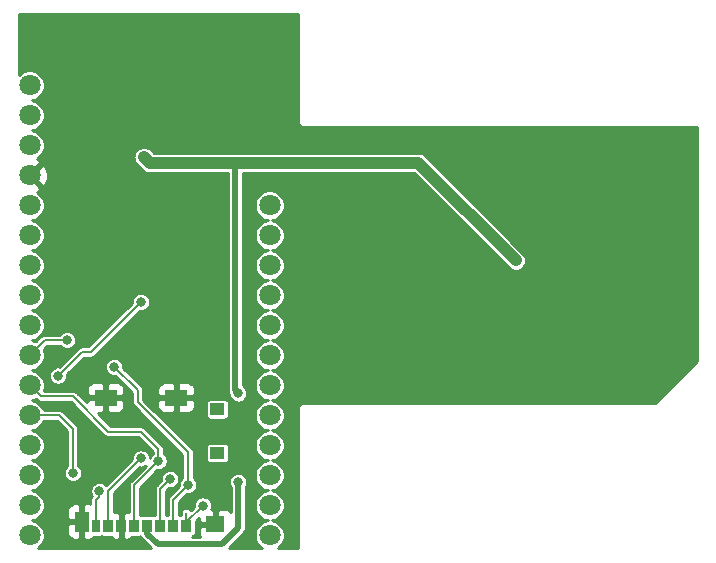
<source format=gbr>
%TF.GenerationSoftware,KiCad,Pcbnew,5.1.10-88a1d61d58~90~ubuntu20.04.1*%
%TF.CreationDate,2022-02-25T00:36:02-08:00*%
%TF.ProjectId,sd_bt_streamer,73645f62-745f-4737-9472-65616d65722e,rev?*%
%TF.SameCoordinates,Original*%
%TF.FileFunction,Copper,L1,Top*%
%TF.FilePolarity,Positive*%
%FSLAX46Y46*%
G04 Gerber Fmt 4.6, Leading zero omitted, Abs format (unit mm)*
G04 Created by KiCad (PCBNEW 5.1.10-88a1d61d58~90~ubuntu20.04.1) date 2022-02-25 00:36:02*
%MOMM*%
%LPD*%
G01*
G04 APERTURE LIST*
%TA.AperFunction,ComponentPad*%
%ADD10C,1.800000*%
%TD*%
%TA.AperFunction,SMDPad,CuDef*%
%ADD11R,1.900000X1.350000*%
%TD*%
%TA.AperFunction,SMDPad,CuDef*%
%ADD12R,1.200000X1.000000*%
%TD*%
%TA.AperFunction,SMDPad,CuDef*%
%ADD13R,1.550000X1.350000*%
%TD*%
%TA.AperFunction,SMDPad,CuDef*%
%ADD14R,1.170000X1.800000*%
%TD*%
%TA.AperFunction,SMDPad,CuDef*%
%ADD15R,0.850000X1.100000*%
%TD*%
%TA.AperFunction,SMDPad,CuDef*%
%ADD16R,0.750000X1.100000*%
%TD*%
%TA.AperFunction,ViaPad*%
%ADD17C,0.800000*%
%TD*%
%TA.AperFunction,Conductor*%
%ADD18C,0.500000*%
%TD*%
%TA.AperFunction,Conductor*%
%ADD19C,0.200000*%
%TD*%
%TA.AperFunction,Conductor*%
%ADD20C,1.000000*%
%TD*%
%TA.AperFunction,Conductor*%
%ADD21C,0.254000*%
%TD*%
%TA.AperFunction,Conductor*%
%ADD22C,0.100000*%
%TD*%
G04 APERTURE END LIST*
D10*
%TO.P,U2,28*%
%TO.N,Net-(U2-Pad28)*%
X174160000Y-77070000D03*
%TO.P,U2,27*%
%TO.N,/REG_EN*%
X174160000Y-79610000D03*
%TO.P,U2,26*%
%TO.N,Net-(U2-Pad26)*%
X174160000Y-82150000D03*
%TO.P,U2,25*%
%TO.N,Net-(U2-Pad25)*%
X174160000Y-84690000D03*
%TO.P,U2,24*%
%TO.N,Net-(U2-Pad24)*%
X174160000Y-87230000D03*
%TO.P,U2,23*%
%TO.N,Net-(U2-Pad23)*%
X174160000Y-89770000D03*
%TO.P,U2,22*%
%TO.N,Net-(U2-Pad22)*%
X174160000Y-92310000D03*
%TO.P,U2,21*%
%TO.N,Net-(U2-Pad21)*%
X174160000Y-94850000D03*
%TO.P,U2,20*%
%TO.N,Net-(U2-Pad20)*%
X174160000Y-97390000D03*
%TO.P,U2,19*%
%TO.N,Net-(U2-Pad19)*%
X174160000Y-99930000D03*
%TO.P,U2,18*%
%TO.N,Net-(U2-Pad18)*%
X174160000Y-102470000D03*
%TO.P,U2,17*%
%TO.N,Net-(U2-Pad17)*%
X174160000Y-105010000D03*
%TO.P,U2,16*%
%TO.N,Net-(U2-Pad16)*%
X153840000Y-105010000D03*
%TO.P,U2,15*%
%TO.N,Net-(U2-Pad15)*%
X153840000Y-102470000D03*
%TO.P,U2,14*%
%TO.N,Net-(U2-Pad14)*%
X153840000Y-99930000D03*
%TO.P,U2,13*%
%TO.N,/MISO_FEATHER*%
X153840000Y-97390000D03*
%TO.P,U2,12*%
%TO.N,/MOSI*%
X153840000Y-94850000D03*
%TO.P,U2,11*%
%TO.N,/CLK*%
X153840000Y-92310000D03*
%TO.P,U2,10*%
%TO.N,/CS*%
X153840000Y-89770000D03*
%TO.P,U2,9*%
%TO.N,Net-(U2-Pad9)*%
X153840000Y-87230000D03*
%TO.P,U2,8*%
%TO.N,Net-(U2-Pad8)*%
X153840000Y-84690000D03*
%TO.P,U2,7*%
%TO.N,Net-(U2-Pad7)*%
X153840000Y-82150000D03*
%TO.P,U2,6*%
%TO.N,Net-(U2-Pad6)*%
X153840000Y-79610000D03*
%TO.P,U2,5*%
%TO.N,Net-(U2-Pad5)*%
X153840000Y-77070000D03*
%TO.P,U2,4*%
%TO.N,GND*%
X153840000Y-74530000D03*
%TO.P,U2,3*%
%TO.N,+3V3*%
X153840000Y-71990000D03*
%TO.P,U2,2*%
X153840000Y-69450000D03*
%TO.P,U2,1*%
%TO.N,Net-(U2-Pad1)*%
X153840000Y-66910000D03*
%TD*%
D11*
%TO.P,J1,11*%
%TO.N,GND*%
X160270000Y-93375000D03*
X166240000Y-93375000D03*
D12*
%TO.P,J1,9*%
%TO.N,Net-(J1-Pad9)*%
X169740000Y-98050000D03*
%TO.P,J1,10*%
%TO.N,Net-(J1-Pad10)*%
X169740000Y-94350000D03*
D13*
%TO.P,J1,11*%
%TO.N,GND*%
X169565000Y-104075000D03*
D14*
X158245000Y-103850000D03*
D15*
%TO.P,J1,7*%
%TO.N,/MISO*%
X160505000Y-104200000D03*
%TO.P,J1,6*%
%TO.N,GND*%
X161605000Y-104200000D03*
%TO.P,J1,5*%
%TO.N,/CLK*%
X162705000Y-104200000D03*
%TO.P,J1,4*%
%TO.N,+3V3*%
X163805000Y-104200000D03*
%TO.P,J1,3*%
%TO.N,/MOSI*%
X164905000Y-104200000D03*
%TO.P,J1,2*%
%TO.N,/CS*%
X166005000Y-104200000D03*
D16*
%TO.P,J1,8*%
%TO.N,/DAT1*%
X159455000Y-104200000D03*
D15*
%TO.P,J1,1*%
%TO.N,/DAT2*%
X167105000Y-104200000D03*
%TD*%
D17*
%TO.N,GND*%
X168750000Y-80750000D03*
X202250000Y-76750000D03*
X202250000Y-84000000D03*
X156500000Y-104000000D03*
%TO.N,/MISO*%
X163250000Y-98500000D03*
%TO.N,/CLK*%
X164750000Y-98750000D03*
%TO.N,+3V3*%
X195000000Y-81750000D03*
X163500000Y-73000000D03*
X171500000Y-93000000D03*
X171500000Y-100500000D03*
%TO.N,/MOSI*%
X165750000Y-100250000D03*
X157500000Y-99750000D03*
%TO.N,/CS*%
X167250000Y-100750000D03*
X161000000Y-90750000D03*
X157000000Y-88500000D03*
%TO.N,/DAT1*%
X159750000Y-101250000D03*
%TO.N,/DAT2*%
X168500000Y-102500000D03*
%TO.N,/MISO_FEATHER*%
X163250000Y-85250000D03*
X156250000Y-91500000D03*
%TD*%
D18*
%TO.N,GND*%
X156650000Y-103850000D02*
X156500000Y-104000000D01*
X158245000Y-103850000D02*
X156650000Y-103850000D01*
D19*
%TO.N,/MISO*%
X160505000Y-101245000D02*
X160505000Y-104200000D01*
X163250000Y-98500000D02*
X160505000Y-101245000D01*
%TO.N,/CLK*%
X162705000Y-100795000D02*
X162705000Y-104200000D01*
X164750000Y-98750000D02*
X162705000Y-100795000D01*
X153840000Y-92310000D02*
X154780000Y-93250000D01*
X154780000Y-93250000D02*
X157500000Y-93250000D01*
X157500000Y-93250000D02*
X160500000Y-96250000D01*
X160500000Y-96250000D02*
X163250000Y-96250000D01*
X164750000Y-97750000D02*
X164750000Y-98750000D01*
X163250000Y-96250000D02*
X164750000Y-97750000D01*
D20*
%TO.N,+3V3*%
X195000000Y-81750000D02*
X186750000Y-73500000D01*
X164000000Y-73500000D02*
X163500000Y-73000000D01*
D18*
X171250000Y-92750000D02*
X171500000Y-93000000D01*
X171250000Y-73500000D02*
X171250000Y-92750000D01*
D20*
X186750000Y-73500000D02*
X171250000Y-73500000D01*
X171250000Y-73500000D02*
X164000000Y-73500000D01*
D18*
X171500000Y-104400002D02*
X170150002Y-105750000D01*
X171500000Y-100500000D02*
X171500000Y-104400002D01*
X163805000Y-104885002D02*
X163805000Y-104200000D01*
X164669998Y-105750000D02*
X163805000Y-104885002D01*
X170150002Y-105750000D02*
X164669998Y-105750000D01*
D19*
%TO.N,/MOSI*%
X164905000Y-101095000D02*
X164905000Y-104200000D01*
X165750000Y-100250000D02*
X164905000Y-101095000D01*
X153840000Y-94850000D02*
X156350000Y-94850000D01*
X157500000Y-96000000D02*
X157500000Y-99750000D01*
X156350000Y-94850000D02*
X157500000Y-96000000D01*
%TO.N,/CS*%
X166005000Y-101995000D02*
X166005000Y-104200000D01*
X167250000Y-100750000D02*
X166005000Y-101995000D01*
X167250000Y-100750000D02*
X167250000Y-98000000D01*
X167250000Y-98000000D02*
X163000000Y-93750000D01*
X163000000Y-92750000D02*
X161000000Y-90750000D01*
X163000000Y-93750000D02*
X163000000Y-92750000D01*
X155110000Y-88500000D02*
X153840000Y-89770000D01*
X157000000Y-88500000D02*
X155110000Y-88500000D01*
%TO.N,/DAT1*%
X159750000Y-101250000D02*
X159750000Y-101750000D01*
X159455000Y-102045000D02*
X159455000Y-104200000D01*
X159750000Y-101750000D02*
X159455000Y-102045000D01*
%TO.N,/DAT2*%
X167105000Y-104200000D02*
X167105000Y-103145000D01*
X167105000Y-103895000D02*
X167105000Y-104200000D01*
X168500000Y-102500000D02*
X167105000Y-103895000D01*
%TO.N,/MISO_FEATHER*%
X163250000Y-85250000D02*
X159000000Y-89500000D01*
X158250000Y-89500000D02*
X156250000Y-91500000D01*
X159000000Y-89500000D02*
X158250000Y-89500000D01*
%TD*%
D21*
%TO.N,GND*%
X176598000Y-70050253D02*
X176596055Y-70070000D01*
X176603817Y-70148806D01*
X176626803Y-70224583D01*
X176664132Y-70294420D01*
X176714368Y-70355632D01*
X176775580Y-70405868D01*
X176845417Y-70443197D01*
X176921194Y-70466183D01*
X177000000Y-70473945D01*
X177019747Y-70472000D01*
X210368194Y-70472000D01*
X210377918Y-90223568D01*
X206803487Y-93798000D01*
X177019747Y-93798000D01*
X177000000Y-93796055D01*
X176980253Y-93798000D01*
X176921194Y-93803817D01*
X176845417Y-93826803D01*
X176775580Y-93864132D01*
X176714368Y-93914368D01*
X176664132Y-93975580D01*
X176626803Y-94045417D01*
X176603817Y-94121194D01*
X176596055Y-94200000D01*
X176598000Y-94219747D01*
X176598001Y-99380244D01*
X176598000Y-99380254D01*
X176598001Y-106098000D01*
X174830232Y-106098000D01*
X174974040Y-106001911D01*
X175151911Y-105824040D01*
X175291663Y-105614886D01*
X175387926Y-105382487D01*
X175437000Y-105135774D01*
X175437000Y-104884226D01*
X175387926Y-104637513D01*
X175291663Y-104405114D01*
X175151911Y-104195960D01*
X174974040Y-104018089D01*
X174764886Y-103878337D01*
X174532487Y-103782074D01*
X174320966Y-103740000D01*
X174532487Y-103697926D01*
X174764886Y-103601663D01*
X174974040Y-103461911D01*
X175151911Y-103284040D01*
X175291663Y-103074886D01*
X175387926Y-102842487D01*
X175437000Y-102595774D01*
X175437000Y-102344226D01*
X175387926Y-102097513D01*
X175291663Y-101865114D01*
X175151911Y-101655960D01*
X174974040Y-101478089D01*
X174764886Y-101338337D01*
X174532487Y-101242074D01*
X174320966Y-101200000D01*
X174532487Y-101157926D01*
X174764886Y-101061663D01*
X174974040Y-100921911D01*
X175151911Y-100744040D01*
X175291663Y-100534886D01*
X175387926Y-100302487D01*
X175437000Y-100055774D01*
X175437000Y-99804226D01*
X175387926Y-99557513D01*
X175291663Y-99325114D01*
X175151911Y-99115960D01*
X174974040Y-98938089D01*
X174764886Y-98798337D01*
X174532487Y-98702074D01*
X174320966Y-98660000D01*
X174532487Y-98617926D01*
X174764886Y-98521663D01*
X174974040Y-98381911D01*
X175151911Y-98204040D01*
X175291663Y-97994886D01*
X175387926Y-97762487D01*
X175437000Y-97515774D01*
X175437000Y-97264226D01*
X175387926Y-97017513D01*
X175291663Y-96785114D01*
X175151911Y-96575960D01*
X174974040Y-96398089D01*
X174764886Y-96258337D01*
X174532487Y-96162074D01*
X174320966Y-96120000D01*
X174532487Y-96077926D01*
X174764886Y-95981663D01*
X174974040Y-95841911D01*
X175151911Y-95664040D01*
X175291663Y-95454886D01*
X175387926Y-95222487D01*
X175437000Y-94975774D01*
X175437000Y-94724226D01*
X175387926Y-94477513D01*
X175291663Y-94245114D01*
X175151911Y-94035960D01*
X174974040Y-93858089D01*
X174764886Y-93718337D01*
X174532487Y-93622074D01*
X174320966Y-93580000D01*
X174532487Y-93537926D01*
X174764886Y-93441663D01*
X174974040Y-93301911D01*
X175151911Y-93124040D01*
X175291663Y-92914886D01*
X175387926Y-92682487D01*
X175437000Y-92435774D01*
X175437000Y-92184226D01*
X175387926Y-91937513D01*
X175291663Y-91705114D01*
X175151911Y-91495960D01*
X174974040Y-91318089D01*
X174764886Y-91178337D01*
X174532487Y-91082074D01*
X174320966Y-91040000D01*
X174532487Y-90997926D01*
X174764886Y-90901663D01*
X174974040Y-90761911D01*
X175151911Y-90584040D01*
X175291663Y-90374886D01*
X175387926Y-90142487D01*
X175437000Y-89895774D01*
X175437000Y-89644226D01*
X175387926Y-89397513D01*
X175291663Y-89165114D01*
X175151911Y-88955960D01*
X174974040Y-88778089D01*
X174764886Y-88638337D01*
X174532487Y-88542074D01*
X174320966Y-88500000D01*
X174532487Y-88457926D01*
X174764886Y-88361663D01*
X174974040Y-88221911D01*
X175151911Y-88044040D01*
X175291663Y-87834886D01*
X175387926Y-87602487D01*
X175437000Y-87355774D01*
X175437000Y-87104226D01*
X175387926Y-86857513D01*
X175291663Y-86625114D01*
X175151911Y-86415960D01*
X174974040Y-86238089D01*
X174764886Y-86098337D01*
X174532487Y-86002074D01*
X174320966Y-85960000D01*
X174532487Y-85917926D01*
X174764886Y-85821663D01*
X174974040Y-85681911D01*
X175151911Y-85504040D01*
X175291663Y-85294886D01*
X175387926Y-85062487D01*
X175437000Y-84815774D01*
X175437000Y-84564226D01*
X175387926Y-84317513D01*
X175291663Y-84085114D01*
X175151911Y-83875960D01*
X174974040Y-83698089D01*
X174764886Y-83558337D01*
X174532487Y-83462074D01*
X174320966Y-83420000D01*
X174532487Y-83377926D01*
X174764886Y-83281663D01*
X174974040Y-83141911D01*
X175151911Y-82964040D01*
X175291663Y-82754886D01*
X175387926Y-82522487D01*
X175437000Y-82275774D01*
X175437000Y-82024226D01*
X175387926Y-81777513D01*
X175291663Y-81545114D01*
X175151911Y-81335960D01*
X174974040Y-81158089D01*
X174764886Y-81018337D01*
X174532487Y-80922074D01*
X174320966Y-80880000D01*
X174532487Y-80837926D01*
X174764886Y-80741663D01*
X174974040Y-80601911D01*
X175151911Y-80424040D01*
X175291663Y-80214886D01*
X175387926Y-79982487D01*
X175437000Y-79735774D01*
X175437000Y-79484226D01*
X175387926Y-79237513D01*
X175291663Y-79005114D01*
X175151911Y-78795960D01*
X174974040Y-78618089D01*
X174764886Y-78478337D01*
X174532487Y-78382074D01*
X174320966Y-78340000D01*
X174532487Y-78297926D01*
X174764886Y-78201663D01*
X174974040Y-78061911D01*
X175151911Y-77884040D01*
X175291663Y-77674886D01*
X175387926Y-77442487D01*
X175437000Y-77195774D01*
X175437000Y-76944226D01*
X175387926Y-76697513D01*
X175291663Y-76465114D01*
X175151911Y-76255960D01*
X174974040Y-76078089D01*
X174764886Y-75938337D01*
X174532487Y-75842074D01*
X174285774Y-75793000D01*
X174034226Y-75793000D01*
X173787513Y-75842074D01*
X173555114Y-75938337D01*
X173345960Y-76078089D01*
X173168089Y-76255960D01*
X173028337Y-76465114D01*
X172932074Y-76697513D01*
X172883000Y-76944226D01*
X172883000Y-77195774D01*
X172932074Y-77442487D01*
X173028337Y-77674886D01*
X173168089Y-77884040D01*
X173345960Y-78061911D01*
X173555114Y-78201663D01*
X173787513Y-78297926D01*
X173999034Y-78340000D01*
X173787513Y-78382074D01*
X173555114Y-78478337D01*
X173345960Y-78618089D01*
X173168089Y-78795960D01*
X173028337Y-79005114D01*
X172932074Y-79237513D01*
X172883000Y-79484226D01*
X172883000Y-79735774D01*
X172932074Y-79982487D01*
X173028337Y-80214886D01*
X173168089Y-80424040D01*
X173345960Y-80601911D01*
X173555114Y-80741663D01*
X173787513Y-80837926D01*
X173999034Y-80880000D01*
X173787513Y-80922074D01*
X173555114Y-81018337D01*
X173345960Y-81158089D01*
X173168089Y-81335960D01*
X173028337Y-81545114D01*
X172932074Y-81777513D01*
X172883000Y-82024226D01*
X172883000Y-82275774D01*
X172932074Y-82522487D01*
X173028337Y-82754886D01*
X173168089Y-82964040D01*
X173345960Y-83141911D01*
X173555114Y-83281663D01*
X173787513Y-83377926D01*
X173999034Y-83420000D01*
X173787513Y-83462074D01*
X173555114Y-83558337D01*
X173345960Y-83698089D01*
X173168089Y-83875960D01*
X173028337Y-84085114D01*
X172932074Y-84317513D01*
X172883000Y-84564226D01*
X172883000Y-84815774D01*
X172932074Y-85062487D01*
X173028337Y-85294886D01*
X173168089Y-85504040D01*
X173345960Y-85681911D01*
X173555114Y-85821663D01*
X173787513Y-85917926D01*
X173999034Y-85960000D01*
X173787513Y-86002074D01*
X173555114Y-86098337D01*
X173345960Y-86238089D01*
X173168089Y-86415960D01*
X173028337Y-86625114D01*
X172932074Y-86857513D01*
X172883000Y-87104226D01*
X172883000Y-87355774D01*
X172932074Y-87602487D01*
X173028337Y-87834886D01*
X173168089Y-88044040D01*
X173345960Y-88221911D01*
X173555114Y-88361663D01*
X173787513Y-88457926D01*
X173999034Y-88500000D01*
X173787513Y-88542074D01*
X173555114Y-88638337D01*
X173345960Y-88778089D01*
X173168089Y-88955960D01*
X173028337Y-89165114D01*
X172932074Y-89397513D01*
X172883000Y-89644226D01*
X172883000Y-89895774D01*
X172932074Y-90142487D01*
X173028337Y-90374886D01*
X173168089Y-90584040D01*
X173345960Y-90761911D01*
X173555114Y-90901663D01*
X173787513Y-90997926D01*
X173999034Y-91040000D01*
X173787513Y-91082074D01*
X173555114Y-91178337D01*
X173345960Y-91318089D01*
X173168089Y-91495960D01*
X173028337Y-91705114D01*
X172932074Y-91937513D01*
X172883000Y-92184226D01*
X172883000Y-92435774D01*
X172932074Y-92682487D01*
X173028337Y-92914886D01*
X173168089Y-93124040D01*
X173345960Y-93301911D01*
X173555114Y-93441663D01*
X173787513Y-93537926D01*
X173999034Y-93580000D01*
X173787513Y-93622074D01*
X173555114Y-93718337D01*
X173345960Y-93858089D01*
X173168089Y-94035960D01*
X173028337Y-94245114D01*
X172932074Y-94477513D01*
X172883000Y-94724226D01*
X172883000Y-94975774D01*
X172932074Y-95222487D01*
X173028337Y-95454886D01*
X173168089Y-95664040D01*
X173345960Y-95841911D01*
X173555114Y-95981663D01*
X173787513Y-96077926D01*
X173999034Y-96120000D01*
X173787513Y-96162074D01*
X173555114Y-96258337D01*
X173345960Y-96398089D01*
X173168089Y-96575960D01*
X173028337Y-96785114D01*
X172932074Y-97017513D01*
X172883000Y-97264226D01*
X172883000Y-97515774D01*
X172932074Y-97762487D01*
X173028337Y-97994886D01*
X173168089Y-98204040D01*
X173345960Y-98381911D01*
X173555114Y-98521663D01*
X173787513Y-98617926D01*
X173999034Y-98660000D01*
X173787513Y-98702074D01*
X173555114Y-98798337D01*
X173345960Y-98938089D01*
X173168089Y-99115960D01*
X173028337Y-99325114D01*
X172932074Y-99557513D01*
X172883000Y-99804226D01*
X172883000Y-100055774D01*
X172932074Y-100302487D01*
X173028337Y-100534886D01*
X173168089Y-100744040D01*
X173345960Y-100921911D01*
X173555114Y-101061663D01*
X173787513Y-101157926D01*
X173999034Y-101200000D01*
X173787513Y-101242074D01*
X173555114Y-101338337D01*
X173345960Y-101478089D01*
X173168089Y-101655960D01*
X173028337Y-101865114D01*
X172932074Y-102097513D01*
X172883000Y-102344226D01*
X172883000Y-102595774D01*
X172932074Y-102842487D01*
X173028337Y-103074886D01*
X173168089Y-103284040D01*
X173345960Y-103461911D01*
X173555114Y-103601663D01*
X173787513Y-103697926D01*
X173999034Y-103740000D01*
X173787513Y-103782074D01*
X173555114Y-103878337D01*
X173345960Y-104018089D01*
X173168089Y-104195960D01*
X173028337Y-104405114D01*
X172932074Y-104637513D01*
X172883000Y-104884226D01*
X172883000Y-105135774D01*
X172932074Y-105382487D01*
X173028337Y-105614886D01*
X173168089Y-105824040D01*
X173345960Y-106001911D01*
X173489768Y-106098000D01*
X170688713Y-106098000D01*
X171921578Y-104865136D01*
X171945501Y-104845503D01*
X172023853Y-104750030D01*
X172082075Y-104641105D01*
X172117927Y-104522915D01*
X172127000Y-104430796D01*
X172127000Y-104430795D01*
X172130033Y-104400003D01*
X172127000Y-104369211D01*
X172127000Y-100960193D01*
X172188569Y-100868048D01*
X172247141Y-100726643D01*
X172277000Y-100576528D01*
X172277000Y-100423472D01*
X172247141Y-100273357D01*
X172188569Y-100131952D01*
X172103536Y-100004691D01*
X171995309Y-99896464D01*
X171868048Y-99811431D01*
X171726643Y-99752859D01*
X171576528Y-99723000D01*
X171423472Y-99723000D01*
X171273357Y-99752859D01*
X171131952Y-99811431D01*
X171004691Y-99896464D01*
X170896464Y-100004691D01*
X170811431Y-100131952D01*
X170752859Y-100273357D01*
X170723000Y-100423472D01*
X170723000Y-100576528D01*
X170752859Y-100726643D01*
X170811431Y-100868048D01*
X170873000Y-100960193D01*
X170873001Y-103050115D01*
X170870537Y-103045506D01*
X170791185Y-102948815D01*
X170694494Y-102869463D01*
X170584180Y-102810498D01*
X170464482Y-102774188D01*
X170340000Y-102761928D01*
X169850750Y-102765000D01*
X169692000Y-102923750D01*
X169692000Y-103948000D01*
X169712000Y-103948000D01*
X169712000Y-104202000D01*
X169692000Y-104202000D01*
X169692000Y-104222000D01*
X169438000Y-104222000D01*
X169438000Y-104202000D01*
X168313750Y-104202000D01*
X168155000Y-104360750D01*
X168151928Y-104750000D01*
X168164188Y-104874482D01*
X168200498Y-104994180D01*
X168259463Y-105104494D01*
X168274650Y-105123000D01*
X167589132Y-105123000D01*
X167603905Y-105121545D01*
X167674970Y-105099988D01*
X167740463Y-105064981D01*
X167797869Y-105017869D01*
X167844981Y-104960463D01*
X167879988Y-104894970D01*
X167901545Y-104823905D01*
X167908824Y-104750000D01*
X167908824Y-103765755D01*
X168152888Y-103521691D01*
X168155000Y-103789250D01*
X168313750Y-103948000D01*
X169438000Y-103948000D01*
X169438000Y-102923750D01*
X169279250Y-102765000D01*
X169231377Y-102764699D01*
X169247141Y-102726643D01*
X169277000Y-102576528D01*
X169277000Y-102423472D01*
X169247141Y-102273357D01*
X169188569Y-102131952D01*
X169103536Y-102004691D01*
X168995309Y-101896464D01*
X168868048Y-101811431D01*
X168726643Y-101752859D01*
X168576528Y-101723000D01*
X168423472Y-101723000D01*
X168273357Y-101752859D01*
X168131952Y-101811431D01*
X168004691Y-101896464D01*
X167896464Y-102004691D01*
X167811431Y-102131952D01*
X167752859Y-102273357D01*
X167723000Y-102423472D01*
X167723000Y-102576528D01*
X167727296Y-102598125D01*
X167477917Y-102847503D01*
X167443921Y-102806079D01*
X167371289Y-102746471D01*
X167288423Y-102702178D01*
X167198508Y-102674903D01*
X167105000Y-102665693D01*
X167011493Y-102674903D01*
X166921578Y-102702178D01*
X166838712Y-102746471D01*
X166766080Y-102806079D01*
X166706472Y-102878711D01*
X166662179Y-102961577D01*
X166634904Y-103051492D01*
X166628001Y-103121577D01*
X166628001Y-103276297D01*
X166606095Y-103278455D01*
X166555000Y-103293954D01*
X166503905Y-103278455D01*
X166482000Y-103276298D01*
X166482000Y-102192579D01*
X167151875Y-101522704D01*
X167173472Y-101527000D01*
X167326528Y-101527000D01*
X167476643Y-101497141D01*
X167618048Y-101438569D01*
X167745309Y-101353536D01*
X167853536Y-101245309D01*
X167938569Y-101118048D01*
X167997141Y-100976643D01*
X168027000Y-100826528D01*
X168027000Y-100673472D01*
X167997141Y-100523357D01*
X167938569Y-100381952D01*
X167853536Y-100254691D01*
X167745309Y-100146464D01*
X167727000Y-100134230D01*
X167727000Y-98023415D01*
X167729306Y-98000000D01*
X167727000Y-97976585D01*
X167727000Y-97976577D01*
X167720097Y-97906492D01*
X167692822Y-97816577D01*
X167648529Y-97733711D01*
X167588921Y-97661079D01*
X167570729Y-97646150D01*
X167474579Y-97550000D01*
X168761176Y-97550000D01*
X168761176Y-98550000D01*
X168768455Y-98623905D01*
X168790012Y-98694970D01*
X168825019Y-98760463D01*
X168872131Y-98817869D01*
X168929537Y-98864981D01*
X168995030Y-98899988D01*
X169066095Y-98921545D01*
X169140000Y-98928824D01*
X170340000Y-98928824D01*
X170413905Y-98921545D01*
X170484970Y-98899988D01*
X170550463Y-98864981D01*
X170607869Y-98817869D01*
X170654981Y-98760463D01*
X170689988Y-98694970D01*
X170711545Y-98623905D01*
X170718824Y-98550000D01*
X170718824Y-97550000D01*
X170711545Y-97476095D01*
X170689988Y-97405030D01*
X170654981Y-97339537D01*
X170607869Y-97282131D01*
X170550463Y-97235019D01*
X170484970Y-97200012D01*
X170413905Y-97178455D01*
X170340000Y-97171176D01*
X169140000Y-97171176D01*
X169066095Y-97178455D01*
X168995030Y-97200012D01*
X168929537Y-97235019D01*
X168872131Y-97282131D01*
X168825019Y-97339537D01*
X168790012Y-97405030D01*
X168768455Y-97476095D01*
X168761176Y-97550000D01*
X167474579Y-97550000D01*
X163974579Y-94050000D01*
X164651928Y-94050000D01*
X164664188Y-94174482D01*
X164700498Y-94294180D01*
X164759463Y-94404494D01*
X164838815Y-94501185D01*
X164935506Y-94580537D01*
X165045820Y-94639502D01*
X165165518Y-94675812D01*
X165290000Y-94688072D01*
X165954250Y-94685000D01*
X166113000Y-94526250D01*
X166113000Y-93502000D01*
X166367000Y-93502000D01*
X166367000Y-94526250D01*
X166525750Y-94685000D01*
X167190000Y-94688072D01*
X167314482Y-94675812D01*
X167434180Y-94639502D01*
X167544494Y-94580537D01*
X167641185Y-94501185D01*
X167720537Y-94404494D01*
X167779502Y-94294180D01*
X167815812Y-94174482D01*
X167828072Y-94050000D01*
X167826494Y-93850000D01*
X168761176Y-93850000D01*
X168761176Y-94850000D01*
X168768455Y-94923905D01*
X168790012Y-94994970D01*
X168825019Y-95060463D01*
X168872131Y-95117869D01*
X168929537Y-95164981D01*
X168995030Y-95199988D01*
X169066095Y-95221545D01*
X169140000Y-95228824D01*
X170340000Y-95228824D01*
X170413905Y-95221545D01*
X170484970Y-95199988D01*
X170550463Y-95164981D01*
X170607869Y-95117869D01*
X170654981Y-95060463D01*
X170689988Y-94994970D01*
X170711545Y-94923905D01*
X170718824Y-94850000D01*
X170718824Y-93850000D01*
X170711545Y-93776095D01*
X170689988Y-93705030D01*
X170654981Y-93639537D01*
X170607869Y-93582131D01*
X170550463Y-93535019D01*
X170484970Y-93500012D01*
X170413905Y-93478455D01*
X170340000Y-93471176D01*
X169140000Y-93471176D01*
X169066095Y-93478455D01*
X168995030Y-93500012D01*
X168929537Y-93535019D01*
X168872131Y-93582131D01*
X168825019Y-93639537D01*
X168790012Y-93705030D01*
X168768455Y-93776095D01*
X168761176Y-93850000D01*
X167826494Y-93850000D01*
X167825000Y-93660750D01*
X167666250Y-93502000D01*
X166367000Y-93502000D01*
X166113000Y-93502000D01*
X164813750Y-93502000D01*
X164655000Y-93660750D01*
X164651928Y-94050000D01*
X163974579Y-94050000D01*
X163477000Y-93552421D01*
X163477000Y-92773414D01*
X163479306Y-92749999D01*
X163477000Y-92726584D01*
X163477000Y-92726577D01*
X163474383Y-92700000D01*
X164651928Y-92700000D01*
X164655000Y-93089250D01*
X164813750Y-93248000D01*
X166113000Y-93248000D01*
X166113000Y-92223750D01*
X166367000Y-92223750D01*
X166367000Y-93248000D01*
X167666250Y-93248000D01*
X167825000Y-93089250D01*
X167828072Y-92700000D01*
X167815812Y-92575518D01*
X167779502Y-92455820D01*
X167720537Y-92345506D01*
X167641185Y-92248815D01*
X167544494Y-92169463D01*
X167434180Y-92110498D01*
X167314482Y-92074188D01*
X167190000Y-92061928D01*
X166525750Y-92065000D01*
X166367000Y-92223750D01*
X166113000Y-92223750D01*
X165954250Y-92065000D01*
X165290000Y-92061928D01*
X165165518Y-92074188D01*
X165045820Y-92110498D01*
X164935506Y-92169463D01*
X164838815Y-92248815D01*
X164759463Y-92345506D01*
X164700498Y-92455820D01*
X164664188Y-92575518D01*
X164651928Y-92700000D01*
X163474383Y-92700000D01*
X163470097Y-92656492D01*
X163442822Y-92566577D01*
X163398529Y-92483711D01*
X163338921Y-92411079D01*
X163320729Y-92396149D01*
X161772704Y-90848125D01*
X161777000Y-90826528D01*
X161777000Y-90673472D01*
X161747141Y-90523357D01*
X161688569Y-90381952D01*
X161603536Y-90254691D01*
X161495309Y-90146464D01*
X161368048Y-90061431D01*
X161226643Y-90002859D01*
X161076528Y-89973000D01*
X160923472Y-89973000D01*
X160773357Y-90002859D01*
X160631952Y-90061431D01*
X160504691Y-90146464D01*
X160396464Y-90254691D01*
X160311431Y-90381952D01*
X160252859Y-90523357D01*
X160223000Y-90673472D01*
X160223000Y-90826528D01*
X160252859Y-90976643D01*
X160311431Y-91118048D01*
X160396464Y-91245309D01*
X160504691Y-91353536D01*
X160631952Y-91438569D01*
X160773357Y-91497141D01*
X160923472Y-91527000D01*
X161076528Y-91527000D01*
X161098125Y-91522704D01*
X162523001Y-92947581D01*
X162523000Y-93726585D01*
X162520694Y-93750000D01*
X162523000Y-93773415D01*
X162523000Y-93773422D01*
X162529903Y-93843507D01*
X162557178Y-93933422D01*
X162601471Y-94016289D01*
X162661079Y-94088921D01*
X162679276Y-94103855D01*
X166773001Y-98197581D01*
X166773000Y-100134230D01*
X166754691Y-100146464D01*
X166646464Y-100254691D01*
X166561431Y-100381952D01*
X166502859Y-100523357D01*
X166473000Y-100673472D01*
X166473000Y-100826528D01*
X166477296Y-100848125D01*
X165684276Y-101641145D01*
X165666079Y-101656079D01*
X165606471Y-101728711D01*
X165562178Y-101811578D01*
X165534903Y-101901493D01*
X165528000Y-101971578D01*
X165528000Y-101971585D01*
X165525694Y-101995000D01*
X165528000Y-102018415D01*
X165528001Y-103276297D01*
X165506095Y-103278455D01*
X165455000Y-103293954D01*
X165403905Y-103278455D01*
X165382000Y-103276298D01*
X165382000Y-101292579D01*
X165651875Y-101022704D01*
X165673472Y-101027000D01*
X165826528Y-101027000D01*
X165976643Y-100997141D01*
X166118048Y-100938569D01*
X166245309Y-100853536D01*
X166353536Y-100745309D01*
X166438569Y-100618048D01*
X166497141Y-100476643D01*
X166527000Y-100326528D01*
X166527000Y-100173472D01*
X166497141Y-100023357D01*
X166438569Y-99881952D01*
X166353536Y-99754691D01*
X166245309Y-99646464D01*
X166118048Y-99561431D01*
X165976643Y-99502859D01*
X165826528Y-99473000D01*
X165673472Y-99473000D01*
X165523357Y-99502859D01*
X165381952Y-99561431D01*
X165254691Y-99646464D01*
X165146464Y-99754691D01*
X165061431Y-99881952D01*
X165002859Y-100023357D01*
X164973000Y-100173472D01*
X164973000Y-100326528D01*
X164977296Y-100348125D01*
X164584276Y-100741145D01*
X164566079Y-100756079D01*
X164506471Y-100828711D01*
X164462178Y-100911578D01*
X164434903Y-101001493D01*
X164428000Y-101071578D01*
X164428000Y-101071585D01*
X164425694Y-101095000D01*
X164428000Y-101118415D01*
X164428001Y-103276297D01*
X164406095Y-103278455D01*
X164355000Y-103293954D01*
X164303905Y-103278455D01*
X164230000Y-103271176D01*
X163380000Y-103271176D01*
X163306095Y-103278455D01*
X163255000Y-103293954D01*
X163203905Y-103278455D01*
X163182000Y-103276298D01*
X163182000Y-100992579D01*
X164651875Y-99522704D01*
X164673472Y-99527000D01*
X164826528Y-99527000D01*
X164976643Y-99497141D01*
X165118048Y-99438569D01*
X165245309Y-99353536D01*
X165353536Y-99245309D01*
X165438569Y-99118048D01*
X165497141Y-98976643D01*
X165527000Y-98826528D01*
X165527000Y-98673472D01*
X165497141Y-98523357D01*
X165438569Y-98381952D01*
X165353536Y-98254691D01*
X165245309Y-98146464D01*
X165227000Y-98134230D01*
X165227000Y-97773414D01*
X165229306Y-97749999D01*
X165227000Y-97726584D01*
X165227000Y-97726577D01*
X165220097Y-97656492D01*
X165192822Y-97566577D01*
X165148529Y-97483711D01*
X165088921Y-97411079D01*
X165070729Y-97396149D01*
X163603855Y-95929276D01*
X163588921Y-95911079D01*
X163516289Y-95851471D01*
X163433423Y-95807178D01*
X163343508Y-95779903D01*
X163273423Y-95773000D01*
X163273415Y-95773000D01*
X163250000Y-95770694D01*
X163226585Y-95773000D01*
X160697580Y-95773000D01*
X159611304Y-94686725D01*
X159984250Y-94685000D01*
X160143000Y-94526250D01*
X160143000Y-93502000D01*
X160397000Y-93502000D01*
X160397000Y-94526250D01*
X160555750Y-94685000D01*
X161220000Y-94688072D01*
X161344482Y-94675812D01*
X161464180Y-94639502D01*
X161574494Y-94580537D01*
X161671185Y-94501185D01*
X161750537Y-94404494D01*
X161809502Y-94294180D01*
X161845812Y-94174482D01*
X161858072Y-94050000D01*
X161855000Y-93660750D01*
X161696250Y-93502000D01*
X160397000Y-93502000D01*
X160143000Y-93502000D01*
X158843750Y-93502000D01*
X158685000Y-93660750D01*
X158684220Y-93759640D01*
X157853855Y-92929276D01*
X157838921Y-92911079D01*
X157766289Y-92851471D01*
X157683423Y-92807178D01*
X157593508Y-92779903D01*
X157523423Y-92773000D01*
X157523415Y-92773000D01*
X157500000Y-92770694D01*
X157476585Y-92773000D01*
X155030434Y-92773000D01*
X155060671Y-92700000D01*
X158681928Y-92700000D01*
X158685000Y-93089250D01*
X158843750Y-93248000D01*
X160143000Y-93248000D01*
X160143000Y-92223750D01*
X160397000Y-92223750D01*
X160397000Y-93248000D01*
X161696250Y-93248000D01*
X161855000Y-93089250D01*
X161858072Y-92700000D01*
X161845812Y-92575518D01*
X161809502Y-92455820D01*
X161750537Y-92345506D01*
X161671185Y-92248815D01*
X161574494Y-92169463D01*
X161464180Y-92110498D01*
X161344482Y-92074188D01*
X161220000Y-92061928D01*
X160555750Y-92065000D01*
X160397000Y-92223750D01*
X160143000Y-92223750D01*
X159984250Y-92065000D01*
X159320000Y-92061928D01*
X159195518Y-92074188D01*
X159075820Y-92110498D01*
X158965506Y-92169463D01*
X158868815Y-92248815D01*
X158789463Y-92345506D01*
X158730498Y-92455820D01*
X158694188Y-92575518D01*
X158681928Y-92700000D01*
X155060671Y-92700000D01*
X155067926Y-92682487D01*
X155117000Y-92435774D01*
X155117000Y-92184226D01*
X155067926Y-91937513D01*
X154971663Y-91705114D01*
X154831911Y-91495960D01*
X154759423Y-91423472D01*
X155473000Y-91423472D01*
X155473000Y-91576528D01*
X155502859Y-91726643D01*
X155561431Y-91868048D01*
X155646464Y-91995309D01*
X155754691Y-92103536D01*
X155881952Y-92188569D01*
X156023357Y-92247141D01*
X156173472Y-92277000D01*
X156326528Y-92277000D01*
X156476643Y-92247141D01*
X156618048Y-92188569D01*
X156745309Y-92103536D01*
X156853536Y-91995309D01*
X156938569Y-91868048D01*
X156997141Y-91726643D01*
X157027000Y-91576528D01*
X157027000Y-91423472D01*
X157022704Y-91401875D01*
X158447580Y-89977000D01*
X158976585Y-89977000D01*
X159000000Y-89979306D01*
X159023415Y-89977000D01*
X159023423Y-89977000D01*
X159093508Y-89970097D01*
X159183423Y-89942822D01*
X159266289Y-89898529D01*
X159338921Y-89838921D01*
X159353855Y-89820724D01*
X163151876Y-86022704D01*
X163173472Y-86027000D01*
X163326528Y-86027000D01*
X163476643Y-85997141D01*
X163618048Y-85938569D01*
X163745309Y-85853536D01*
X163853536Y-85745309D01*
X163938569Y-85618048D01*
X163997141Y-85476643D01*
X164027000Y-85326528D01*
X164027000Y-85173472D01*
X163997141Y-85023357D01*
X163938569Y-84881952D01*
X163853536Y-84754691D01*
X163745309Y-84646464D01*
X163618048Y-84561431D01*
X163476643Y-84502859D01*
X163326528Y-84473000D01*
X163173472Y-84473000D01*
X163023357Y-84502859D01*
X162881952Y-84561431D01*
X162754691Y-84646464D01*
X162646464Y-84754691D01*
X162561431Y-84881952D01*
X162502859Y-85023357D01*
X162473000Y-85173472D01*
X162473000Y-85326528D01*
X162477296Y-85348124D01*
X158802421Y-89023000D01*
X158273414Y-89023000D01*
X158249999Y-89020694D01*
X158226584Y-89023000D01*
X158226577Y-89023000D01*
X158156492Y-89029903D01*
X158066577Y-89057178D01*
X157983711Y-89101471D01*
X157911079Y-89161079D01*
X157896149Y-89179271D01*
X156348125Y-90727296D01*
X156326528Y-90723000D01*
X156173472Y-90723000D01*
X156023357Y-90752859D01*
X155881952Y-90811431D01*
X155754691Y-90896464D01*
X155646464Y-91004691D01*
X155561431Y-91131952D01*
X155502859Y-91273357D01*
X155473000Y-91423472D01*
X154759423Y-91423472D01*
X154654040Y-91318089D01*
X154444886Y-91178337D01*
X154212487Y-91082074D01*
X154000966Y-91040000D01*
X154212487Y-90997926D01*
X154444886Y-90901663D01*
X154654040Y-90761911D01*
X154831911Y-90584040D01*
X154971663Y-90374886D01*
X155067926Y-90142487D01*
X155117000Y-89895774D01*
X155117000Y-89644226D01*
X155067926Y-89397513D01*
X155014953Y-89269626D01*
X155307580Y-88977000D01*
X156384230Y-88977000D01*
X156396464Y-88995309D01*
X156504691Y-89103536D01*
X156631952Y-89188569D01*
X156773357Y-89247141D01*
X156923472Y-89277000D01*
X157076528Y-89277000D01*
X157226643Y-89247141D01*
X157368048Y-89188569D01*
X157495309Y-89103536D01*
X157603536Y-88995309D01*
X157688569Y-88868048D01*
X157747141Y-88726643D01*
X157777000Y-88576528D01*
X157777000Y-88423472D01*
X157747141Y-88273357D01*
X157688569Y-88131952D01*
X157603536Y-88004691D01*
X157495309Y-87896464D01*
X157368048Y-87811431D01*
X157226643Y-87752859D01*
X157076528Y-87723000D01*
X156923472Y-87723000D01*
X156773357Y-87752859D01*
X156631952Y-87811431D01*
X156504691Y-87896464D01*
X156396464Y-88004691D01*
X156384230Y-88023000D01*
X155133414Y-88023000D01*
X155109999Y-88020694D01*
X155086584Y-88023000D01*
X155086577Y-88023000D01*
X155016492Y-88029903D01*
X154926577Y-88057178D01*
X154843711Y-88101471D01*
X154771079Y-88161079D01*
X154756149Y-88179271D01*
X154340374Y-88595047D01*
X154212487Y-88542074D01*
X154000966Y-88500000D01*
X154212487Y-88457926D01*
X154444886Y-88361663D01*
X154654040Y-88221911D01*
X154831911Y-88044040D01*
X154971663Y-87834886D01*
X155067926Y-87602487D01*
X155117000Y-87355774D01*
X155117000Y-87104226D01*
X155067926Y-86857513D01*
X154971663Y-86625114D01*
X154831911Y-86415960D01*
X154654040Y-86238089D01*
X154444886Y-86098337D01*
X154212487Y-86002074D01*
X154000966Y-85960000D01*
X154212487Y-85917926D01*
X154444886Y-85821663D01*
X154654040Y-85681911D01*
X154831911Y-85504040D01*
X154971663Y-85294886D01*
X155067926Y-85062487D01*
X155117000Y-84815774D01*
X155117000Y-84564226D01*
X155067926Y-84317513D01*
X154971663Y-84085114D01*
X154831911Y-83875960D01*
X154654040Y-83698089D01*
X154444886Y-83558337D01*
X154212487Y-83462074D01*
X154000966Y-83420000D01*
X154212487Y-83377926D01*
X154444886Y-83281663D01*
X154654040Y-83141911D01*
X154831911Y-82964040D01*
X154971663Y-82754886D01*
X155067926Y-82522487D01*
X155117000Y-82275774D01*
X155117000Y-82024226D01*
X155067926Y-81777513D01*
X154971663Y-81545114D01*
X154831911Y-81335960D01*
X154654040Y-81158089D01*
X154444886Y-81018337D01*
X154212487Y-80922074D01*
X154000966Y-80880000D01*
X154212487Y-80837926D01*
X154444886Y-80741663D01*
X154654040Y-80601911D01*
X154831911Y-80424040D01*
X154971663Y-80214886D01*
X155067926Y-79982487D01*
X155117000Y-79735774D01*
X155117000Y-79484226D01*
X155067926Y-79237513D01*
X154971663Y-79005114D01*
X154831911Y-78795960D01*
X154654040Y-78618089D01*
X154444886Y-78478337D01*
X154212487Y-78382074D01*
X154000966Y-78340000D01*
X154212487Y-78297926D01*
X154444886Y-78201663D01*
X154654040Y-78061911D01*
X154831911Y-77884040D01*
X154971663Y-77674886D01*
X155067926Y-77442487D01*
X155117000Y-77195774D01*
X155117000Y-76944226D01*
X155067926Y-76697513D01*
X154971663Y-76465114D01*
X154831911Y-76255960D01*
X154654040Y-76078089D01*
X154450917Y-75942366D01*
X154491199Y-75928222D01*
X154640792Y-75848261D01*
X154724475Y-75594080D01*
X153840000Y-74709605D01*
X153825858Y-74723748D01*
X153646253Y-74544143D01*
X153660395Y-74530000D01*
X154019605Y-74530000D01*
X154904080Y-75414475D01*
X155158261Y-75330792D01*
X155289158Y-75058225D01*
X155364365Y-74765358D01*
X155380991Y-74463447D01*
X155338397Y-74164093D01*
X155238222Y-73878801D01*
X155158261Y-73729208D01*
X154904080Y-73645525D01*
X154019605Y-74530000D01*
X153660395Y-74530000D01*
X153646253Y-74515858D01*
X153825858Y-74336253D01*
X153840000Y-74350395D01*
X154724475Y-73465920D01*
X154640792Y-73211739D01*
X154448374Y-73119333D01*
X154626967Y-73000000D01*
X162618757Y-73000000D01*
X162635690Y-73171922D01*
X162685838Y-73337236D01*
X162767274Y-73489592D01*
X162849406Y-73589671D01*
X163349403Y-74089668D01*
X163376867Y-74123133D01*
X163510408Y-74232727D01*
X163662763Y-74314162D01*
X163828077Y-74364310D01*
X164000000Y-74381243D01*
X164043079Y-74377000D01*
X170623000Y-74377000D01*
X170623001Y-92719196D01*
X170619967Y-92750000D01*
X170632073Y-92872912D01*
X170649170Y-92929272D01*
X170667926Y-92991103D01*
X170726148Y-93100028D01*
X170728163Y-93102483D01*
X170752859Y-93226643D01*
X170811431Y-93368048D01*
X170896464Y-93495309D01*
X171004691Y-93603536D01*
X171131952Y-93688569D01*
X171273357Y-93747141D01*
X171423472Y-93777000D01*
X171576528Y-93777000D01*
X171726643Y-93747141D01*
X171868048Y-93688569D01*
X171995309Y-93603536D01*
X172103536Y-93495309D01*
X172188569Y-93368048D01*
X172247141Y-93226643D01*
X172277000Y-93076528D01*
X172277000Y-92923472D01*
X172247141Y-92773357D01*
X172188569Y-92631952D01*
X172103536Y-92504691D01*
X171995309Y-92396464D01*
X171877000Y-92317413D01*
X171877000Y-74377000D01*
X186386735Y-74377000D01*
X194410328Y-82400594D01*
X194510407Y-82482726D01*
X194662763Y-82564162D01*
X194828077Y-82614310D01*
X195000000Y-82631243D01*
X195171922Y-82614310D01*
X195337236Y-82564162D01*
X195489592Y-82482726D01*
X195623132Y-82373132D01*
X195732726Y-82239592D01*
X195814162Y-82087236D01*
X195864310Y-81921922D01*
X195881243Y-81750000D01*
X195864310Y-81578077D01*
X195814162Y-81412763D01*
X195732726Y-81260407D01*
X195650594Y-81160328D01*
X187400594Y-72910329D01*
X187373133Y-72876867D01*
X187239592Y-72767273D01*
X187087237Y-72685838D01*
X186921922Y-72635690D01*
X186793079Y-72623000D01*
X186750000Y-72618757D01*
X186706921Y-72623000D01*
X164363265Y-72623000D01*
X164089671Y-72349406D01*
X163989592Y-72267274D01*
X163837236Y-72185838D01*
X163671922Y-72135690D01*
X163500000Y-72118757D01*
X163328078Y-72135690D01*
X163162764Y-72185838D01*
X163010408Y-72267274D01*
X162876868Y-72376868D01*
X162767274Y-72510408D01*
X162685838Y-72662764D01*
X162635690Y-72828078D01*
X162618757Y-73000000D01*
X154626967Y-73000000D01*
X154654040Y-72981911D01*
X154831911Y-72804040D01*
X154971663Y-72594886D01*
X155067926Y-72362487D01*
X155117000Y-72115774D01*
X155117000Y-71864226D01*
X155067926Y-71617513D01*
X154971663Y-71385114D01*
X154831911Y-71175960D01*
X154654040Y-70998089D01*
X154444886Y-70858337D01*
X154212487Y-70762074D01*
X154000966Y-70720000D01*
X154212487Y-70677926D01*
X154444886Y-70581663D01*
X154654040Y-70441911D01*
X154831911Y-70264040D01*
X154971663Y-70054886D01*
X155067926Y-69822487D01*
X155117000Y-69575774D01*
X155117000Y-69324226D01*
X155067926Y-69077513D01*
X154971663Y-68845114D01*
X154831911Y-68635960D01*
X154654040Y-68458089D01*
X154444886Y-68318337D01*
X154212487Y-68222074D01*
X154000966Y-68180000D01*
X154212487Y-68137926D01*
X154444886Y-68041663D01*
X154654040Y-67901911D01*
X154831911Y-67724040D01*
X154971663Y-67514886D01*
X155067926Y-67282487D01*
X155117000Y-67035774D01*
X155117000Y-66784226D01*
X155067926Y-66537513D01*
X154971663Y-66305114D01*
X154831911Y-66095960D01*
X154654040Y-65918089D01*
X154444886Y-65778337D01*
X154212487Y-65682074D01*
X153965774Y-65633000D01*
X153714226Y-65633000D01*
X153467513Y-65682074D01*
X153235114Y-65778337D01*
X153025960Y-65918089D01*
X152902000Y-66042049D01*
X152902000Y-60902000D01*
X176598001Y-60902000D01*
X176598000Y-70050253D01*
%TA.AperFunction,Conductor*%
D22*
G36*
X176598000Y-70050253D02*
G01*
X176596055Y-70070000D01*
X176603817Y-70148806D01*
X176626803Y-70224583D01*
X176664132Y-70294420D01*
X176714368Y-70355632D01*
X176775580Y-70405868D01*
X176845417Y-70443197D01*
X176921194Y-70466183D01*
X177000000Y-70473945D01*
X177019747Y-70472000D01*
X210368194Y-70472000D01*
X210377918Y-90223568D01*
X206803487Y-93798000D01*
X177019747Y-93798000D01*
X177000000Y-93796055D01*
X176980253Y-93798000D01*
X176921194Y-93803817D01*
X176845417Y-93826803D01*
X176775580Y-93864132D01*
X176714368Y-93914368D01*
X176664132Y-93975580D01*
X176626803Y-94045417D01*
X176603817Y-94121194D01*
X176596055Y-94200000D01*
X176598000Y-94219747D01*
X176598001Y-99380244D01*
X176598000Y-99380254D01*
X176598001Y-106098000D01*
X174830232Y-106098000D01*
X174974040Y-106001911D01*
X175151911Y-105824040D01*
X175291663Y-105614886D01*
X175387926Y-105382487D01*
X175437000Y-105135774D01*
X175437000Y-104884226D01*
X175387926Y-104637513D01*
X175291663Y-104405114D01*
X175151911Y-104195960D01*
X174974040Y-104018089D01*
X174764886Y-103878337D01*
X174532487Y-103782074D01*
X174320966Y-103740000D01*
X174532487Y-103697926D01*
X174764886Y-103601663D01*
X174974040Y-103461911D01*
X175151911Y-103284040D01*
X175291663Y-103074886D01*
X175387926Y-102842487D01*
X175437000Y-102595774D01*
X175437000Y-102344226D01*
X175387926Y-102097513D01*
X175291663Y-101865114D01*
X175151911Y-101655960D01*
X174974040Y-101478089D01*
X174764886Y-101338337D01*
X174532487Y-101242074D01*
X174320966Y-101200000D01*
X174532487Y-101157926D01*
X174764886Y-101061663D01*
X174974040Y-100921911D01*
X175151911Y-100744040D01*
X175291663Y-100534886D01*
X175387926Y-100302487D01*
X175437000Y-100055774D01*
X175437000Y-99804226D01*
X175387926Y-99557513D01*
X175291663Y-99325114D01*
X175151911Y-99115960D01*
X174974040Y-98938089D01*
X174764886Y-98798337D01*
X174532487Y-98702074D01*
X174320966Y-98660000D01*
X174532487Y-98617926D01*
X174764886Y-98521663D01*
X174974040Y-98381911D01*
X175151911Y-98204040D01*
X175291663Y-97994886D01*
X175387926Y-97762487D01*
X175437000Y-97515774D01*
X175437000Y-97264226D01*
X175387926Y-97017513D01*
X175291663Y-96785114D01*
X175151911Y-96575960D01*
X174974040Y-96398089D01*
X174764886Y-96258337D01*
X174532487Y-96162074D01*
X174320966Y-96120000D01*
X174532487Y-96077926D01*
X174764886Y-95981663D01*
X174974040Y-95841911D01*
X175151911Y-95664040D01*
X175291663Y-95454886D01*
X175387926Y-95222487D01*
X175437000Y-94975774D01*
X175437000Y-94724226D01*
X175387926Y-94477513D01*
X175291663Y-94245114D01*
X175151911Y-94035960D01*
X174974040Y-93858089D01*
X174764886Y-93718337D01*
X174532487Y-93622074D01*
X174320966Y-93580000D01*
X174532487Y-93537926D01*
X174764886Y-93441663D01*
X174974040Y-93301911D01*
X175151911Y-93124040D01*
X175291663Y-92914886D01*
X175387926Y-92682487D01*
X175437000Y-92435774D01*
X175437000Y-92184226D01*
X175387926Y-91937513D01*
X175291663Y-91705114D01*
X175151911Y-91495960D01*
X174974040Y-91318089D01*
X174764886Y-91178337D01*
X174532487Y-91082074D01*
X174320966Y-91040000D01*
X174532487Y-90997926D01*
X174764886Y-90901663D01*
X174974040Y-90761911D01*
X175151911Y-90584040D01*
X175291663Y-90374886D01*
X175387926Y-90142487D01*
X175437000Y-89895774D01*
X175437000Y-89644226D01*
X175387926Y-89397513D01*
X175291663Y-89165114D01*
X175151911Y-88955960D01*
X174974040Y-88778089D01*
X174764886Y-88638337D01*
X174532487Y-88542074D01*
X174320966Y-88500000D01*
X174532487Y-88457926D01*
X174764886Y-88361663D01*
X174974040Y-88221911D01*
X175151911Y-88044040D01*
X175291663Y-87834886D01*
X175387926Y-87602487D01*
X175437000Y-87355774D01*
X175437000Y-87104226D01*
X175387926Y-86857513D01*
X175291663Y-86625114D01*
X175151911Y-86415960D01*
X174974040Y-86238089D01*
X174764886Y-86098337D01*
X174532487Y-86002074D01*
X174320966Y-85960000D01*
X174532487Y-85917926D01*
X174764886Y-85821663D01*
X174974040Y-85681911D01*
X175151911Y-85504040D01*
X175291663Y-85294886D01*
X175387926Y-85062487D01*
X175437000Y-84815774D01*
X175437000Y-84564226D01*
X175387926Y-84317513D01*
X175291663Y-84085114D01*
X175151911Y-83875960D01*
X174974040Y-83698089D01*
X174764886Y-83558337D01*
X174532487Y-83462074D01*
X174320966Y-83420000D01*
X174532487Y-83377926D01*
X174764886Y-83281663D01*
X174974040Y-83141911D01*
X175151911Y-82964040D01*
X175291663Y-82754886D01*
X175387926Y-82522487D01*
X175437000Y-82275774D01*
X175437000Y-82024226D01*
X175387926Y-81777513D01*
X175291663Y-81545114D01*
X175151911Y-81335960D01*
X174974040Y-81158089D01*
X174764886Y-81018337D01*
X174532487Y-80922074D01*
X174320966Y-80880000D01*
X174532487Y-80837926D01*
X174764886Y-80741663D01*
X174974040Y-80601911D01*
X175151911Y-80424040D01*
X175291663Y-80214886D01*
X175387926Y-79982487D01*
X175437000Y-79735774D01*
X175437000Y-79484226D01*
X175387926Y-79237513D01*
X175291663Y-79005114D01*
X175151911Y-78795960D01*
X174974040Y-78618089D01*
X174764886Y-78478337D01*
X174532487Y-78382074D01*
X174320966Y-78340000D01*
X174532487Y-78297926D01*
X174764886Y-78201663D01*
X174974040Y-78061911D01*
X175151911Y-77884040D01*
X175291663Y-77674886D01*
X175387926Y-77442487D01*
X175437000Y-77195774D01*
X175437000Y-76944226D01*
X175387926Y-76697513D01*
X175291663Y-76465114D01*
X175151911Y-76255960D01*
X174974040Y-76078089D01*
X174764886Y-75938337D01*
X174532487Y-75842074D01*
X174285774Y-75793000D01*
X174034226Y-75793000D01*
X173787513Y-75842074D01*
X173555114Y-75938337D01*
X173345960Y-76078089D01*
X173168089Y-76255960D01*
X173028337Y-76465114D01*
X172932074Y-76697513D01*
X172883000Y-76944226D01*
X172883000Y-77195774D01*
X172932074Y-77442487D01*
X173028337Y-77674886D01*
X173168089Y-77884040D01*
X173345960Y-78061911D01*
X173555114Y-78201663D01*
X173787513Y-78297926D01*
X173999034Y-78340000D01*
X173787513Y-78382074D01*
X173555114Y-78478337D01*
X173345960Y-78618089D01*
X173168089Y-78795960D01*
X173028337Y-79005114D01*
X172932074Y-79237513D01*
X172883000Y-79484226D01*
X172883000Y-79735774D01*
X172932074Y-79982487D01*
X173028337Y-80214886D01*
X173168089Y-80424040D01*
X173345960Y-80601911D01*
X173555114Y-80741663D01*
X173787513Y-80837926D01*
X173999034Y-80880000D01*
X173787513Y-80922074D01*
X173555114Y-81018337D01*
X173345960Y-81158089D01*
X173168089Y-81335960D01*
X173028337Y-81545114D01*
X172932074Y-81777513D01*
X172883000Y-82024226D01*
X172883000Y-82275774D01*
X172932074Y-82522487D01*
X173028337Y-82754886D01*
X173168089Y-82964040D01*
X173345960Y-83141911D01*
X173555114Y-83281663D01*
X173787513Y-83377926D01*
X173999034Y-83420000D01*
X173787513Y-83462074D01*
X173555114Y-83558337D01*
X173345960Y-83698089D01*
X173168089Y-83875960D01*
X173028337Y-84085114D01*
X172932074Y-84317513D01*
X172883000Y-84564226D01*
X172883000Y-84815774D01*
X172932074Y-85062487D01*
X173028337Y-85294886D01*
X173168089Y-85504040D01*
X173345960Y-85681911D01*
X173555114Y-85821663D01*
X173787513Y-85917926D01*
X173999034Y-85960000D01*
X173787513Y-86002074D01*
X173555114Y-86098337D01*
X173345960Y-86238089D01*
X173168089Y-86415960D01*
X173028337Y-86625114D01*
X172932074Y-86857513D01*
X172883000Y-87104226D01*
X172883000Y-87355774D01*
X172932074Y-87602487D01*
X173028337Y-87834886D01*
X173168089Y-88044040D01*
X173345960Y-88221911D01*
X173555114Y-88361663D01*
X173787513Y-88457926D01*
X173999034Y-88500000D01*
X173787513Y-88542074D01*
X173555114Y-88638337D01*
X173345960Y-88778089D01*
X173168089Y-88955960D01*
X173028337Y-89165114D01*
X172932074Y-89397513D01*
X172883000Y-89644226D01*
X172883000Y-89895774D01*
X172932074Y-90142487D01*
X173028337Y-90374886D01*
X173168089Y-90584040D01*
X173345960Y-90761911D01*
X173555114Y-90901663D01*
X173787513Y-90997926D01*
X173999034Y-91040000D01*
X173787513Y-91082074D01*
X173555114Y-91178337D01*
X173345960Y-91318089D01*
X173168089Y-91495960D01*
X173028337Y-91705114D01*
X172932074Y-91937513D01*
X172883000Y-92184226D01*
X172883000Y-92435774D01*
X172932074Y-92682487D01*
X173028337Y-92914886D01*
X173168089Y-93124040D01*
X173345960Y-93301911D01*
X173555114Y-93441663D01*
X173787513Y-93537926D01*
X173999034Y-93580000D01*
X173787513Y-93622074D01*
X173555114Y-93718337D01*
X173345960Y-93858089D01*
X173168089Y-94035960D01*
X173028337Y-94245114D01*
X172932074Y-94477513D01*
X172883000Y-94724226D01*
X172883000Y-94975774D01*
X172932074Y-95222487D01*
X173028337Y-95454886D01*
X173168089Y-95664040D01*
X173345960Y-95841911D01*
X173555114Y-95981663D01*
X173787513Y-96077926D01*
X173999034Y-96120000D01*
X173787513Y-96162074D01*
X173555114Y-96258337D01*
X173345960Y-96398089D01*
X173168089Y-96575960D01*
X173028337Y-96785114D01*
X172932074Y-97017513D01*
X172883000Y-97264226D01*
X172883000Y-97515774D01*
X172932074Y-97762487D01*
X173028337Y-97994886D01*
X173168089Y-98204040D01*
X173345960Y-98381911D01*
X173555114Y-98521663D01*
X173787513Y-98617926D01*
X173999034Y-98660000D01*
X173787513Y-98702074D01*
X173555114Y-98798337D01*
X173345960Y-98938089D01*
X173168089Y-99115960D01*
X173028337Y-99325114D01*
X172932074Y-99557513D01*
X172883000Y-99804226D01*
X172883000Y-100055774D01*
X172932074Y-100302487D01*
X173028337Y-100534886D01*
X173168089Y-100744040D01*
X173345960Y-100921911D01*
X173555114Y-101061663D01*
X173787513Y-101157926D01*
X173999034Y-101200000D01*
X173787513Y-101242074D01*
X173555114Y-101338337D01*
X173345960Y-101478089D01*
X173168089Y-101655960D01*
X173028337Y-101865114D01*
X172932074Y-102097513D01*
X172883000Y-102344226D01*
X172883000Y-102595774D01*
X172932074Y-102842487D01*
X173028337Y-103074886D01*
X173168089Y-103284040D01*
X173345960Y-103461911D01*
X173555114Y-103601663D01*
X173787513Y-103697926D01*
X173999034Y-103740000D01*
X173787513Y-103782074D01*
X173555114Y-103878337D01*
X173345960Y-104018089D01*
X173168089Y-104195960D01*
X173028337Y-104405114D01*
X172932074Y-104637513D01*
X172883000Y-104884226D01*
X172883000Y-105135774D01*
X172932074Y-105382487D01*
X173028337Y-105614886D01*
X173168089Y-105824040D01*
X173345960Y-106001911D01*
X173489768Y-106098000D01*
X170688713Y-106098000D01*
X171921578Y-104865136D01*
X171945501Y-104845503D01*
X172023853Y-104750030D01*
X172082075Y-104641105D01*
X172117927Y-104522915D01*
X172127000Y-104430796D01*
X172127000Y-104430795D01*
X172130033Y-104400003D01*
X172127000Y-104369211D01*
X172127000Y-100960193D01*
X172188569Y-100868048D01*
X172247141Y-100726643D01*
X172277000Y-100576528D01*
X172277000Y-100423472D01*
X172247141Y-100273357D01*
X172188569Y-100131952D01*
X172103536Y-100004691D01*
X171995309Y-99896464D01*
X171868048Y-99811431D01*
X171726643Y-99752859D01*
X171576528Y-99723000D01*
X171423472Y-99723000D01*
X171273357Y-99752859D01*
X171131952Y-99811431D01*
X171004691Y-99896464D01*
X170896464Y-100004691D01*
X170811431Y-100131952D01*
X170752859Y-100273357D01*
X170723000Y-100423472D01*
X170723000Y-100576528D01*
X170752859Y-100726643D01*
X170811431Y-100868048D01*
X170873000Y-100960193D01*
X170873001Y-103050115D01*
X170870537Y-103045506D01*
X170791185Y-102948815D01*
X170694494Y-102869463D01*
X170584180Y-102810498D01*
X170464482Y-102774188D01*
X170340000Y-102761928D01*
X169850750Y-102765000D01*
X169692000Y-102923750D01*
X169692000Y-103948000D01*
X169712000Y-103948000D01*
X169712000Y-104202000D01*
X169692000Y-104202000D01*
X169692000Y-104222000D01*
X169438000Y-104222000D01*
X169438000Y-104202000D01*
X168313750Y-104202000D01*
X168155000Y-104360750D01*
X168151928Y-104750000D01*
X168164188Y-104874482D01*
X168200498Y-104994180D01*
X168259463Y-105104494D01*
X168274650Y-105123000D01*
X167589132Y-105123000D01*
X167603905Y-105121545D01*
X167674970Y-105099988D01*
X167740463Y-105064981D01*
X167797869Y-105017869D01*
X167844981Y-104960463D01*
X167879988Y-104894970D01*
X167901545Y-104823905D01*
X167908824Y-104750000D01*
X167908824Y-103765755D01*
X168152888Y-103521691D01*
X168155000Y-103789250D01*
X168313750Y-103948000D01*
X169438000Y-103948000D01*
X169438000Y-102923750D01*
X169279250Y-102765000D01*
X169231377Y-102764699D01*
X169247141Y-102726643D01*
X169277000Y-102576528D01*
X169277000Y-102423472D01*
X169247141Y-102273357D01*
X169188569Y-102131952D01*
X169103536Y-102004691D01*
X168995309Y-101896464D01*
X168868048Y-101811431D01*
X168726643Y-101752859D01*
X168576528Y-101723000D01*
X168423472Y-101723000D01*
X168273357Y-101752859D01*
X168131952Y-101811431D01*
X168004691Y-101896464D01*
X167896464Y-102004691D01*
X167811431Y-102131952D01*
X167752859Y-102273357D01*
X167723000Y-102423472D01*
X167723000Y-102576528D01*
X167727296Y-102598125D01*
X167477917Y-102847503D01*
X167443921Y-102806079D01*
X167371289Y-102746471D01*
X167288423Y-102702178D01*
X167198508Y-102674903D01*
X167105000Y-102665693D01*
X167011493Y-102674903D01*
X166921578Y-102702178D01*
X166838712Y-102746471D01*
X166766080Y-102806079D01*
X166706472Y-102878711D01*
X166662179Y-102961577D01*
X166634904Y-103051492D01*
X166628001Y-103121577D01*
X166628001Y-103276297D01*
X166606095Y-103278455D01*
X166555000Y-103293954D01*
X166503905Y-103278455D01*
X166482000Y-103276298D01*
X166482000Y-102192579D01*
X167151875Y-101522704D01*
X167173472Y-101527000D01*
X167326528Y-101527000D01*
X167476643Y-101497141D01*
X167618048Y-101438569D01*
X167745309Y-101353536D01*
X167853536Y-101245309D01*
X167938569Y-101118048D01*
X167997141Y-100976643D01*
X168027000Y-100826528D01*
X168027000Y-100673472D01*
X167997141Y-100523357D01*
X167938569Y-100381952D01*
X167853536Y-100254691D01*
X167745309Y-100146464D01*
X167727000Y-100134230D01*
X167727000Y-98023415D01*
X167729306Y-98000000D01*
X167727000Y-97976585D01*
X167727000Y-97976577D01*
X167720097Y-97906492D01*
X167692822Y-97816577D01*
X167648529Y-97733711D01*
X167588921Y-97661079D01*
X167570729Y-97646150D01*
X167474579Y-97550000D01*
X168761176Y-97550000D01*
X168761176Y-98550000D01*
X168768455Y-98623905D01*
X168790012Y-98694970D01*
X168825019Y-98760463D01*
X168872131Y-98817869D01*
X168929537Y-98864981D01*
X168995030Y-98899988D01*
X169066095Y-98921545D01*
X169140000Y-98928824D01*
X170340000Y-98928824D01*
X170413905Y-98921545D01*
X170484970Y-98899988D01*
X170550463Y-98864981D01*
X170607869Y-98817869D01*
X170654981Y-98760463D01*
X170689988Y-98694970D01*
X170711545Y-98623905D01*
X170718824Y-98550000D01*
X170718824Y-97550000D01*
X170711545Y-97476095D01*
X170689988Y-97405030D01*
X170654981Y-97339537D01*
X170607869Y-97282131D01*
X170550463Y-97235019D01*
X170484970Y-97200012D01*
X170413905Y-97178455D01*
X170340000Y-97171176D01*
X169140000Y-97171176D01*
X169066095Y-97178455D01*
X168995030Y-97200012D01*
X168929537Y-97235019D01*
X168872131Y-97282131D01*
X168825019Y-97339537D01*
X168790012Y-97405030D01*
X168768455Y-97476095D01*
X168761176Y-97550000D01*
X167474579Y-97550000D01*
X163974579Y-94050000D01*
X164651928Y-94050000D01*
X164664188Y-94174482D01*
X164700498Y-94294180D01*
X164759463Y-94404494D01*
X164838815Y-94501185D01*
X164935506Y-94580537D01*
X165045820Y-94639502D01*
X165165518Y-94675812D01*
X165290000Y-94688072D01*
X165954250Y-94685000D01*
X166113000Y-94526250D01*
X166113000Y-93502000D01*
X166367000Y-93502000D01*
X166367000Y-94526250D01*
X166525750Y-94685000D01*
X167190000Y-94688072D01*
X167314482Y-94675812D01*
X167434180Y-94639502D01*
X167544494Y-94580537D01*
X167641185Y-94501185D01*
X167720537Y-94404494D01*
X167779502Y-94294180D01*
X167815812Y-94174482D01*
X167828072Y-94050000D01*
X167826494Y-93850000D01*
X168761176Y-93850000D01*
X168761176Y-94850000D01*
X168768455Y-94923905D01*
X168790012Y-94994970D01*
X168825019Y-95060463D01*
X168872131Y-95117869D01*
X168929537Y-95164981D01*
X168995030Y-95199988D01*
X169066095Y-95221545D01*
X169140000Y-95228824D01*
X170340000Y-95228824D01*
X170413905Y-95221545D01*
X170484970Y-95199988D01*
X170550463Y-95164981D01*
X170607869Y-95117869D01*
X170654981Y-95060463D01*
X170689988Y-94994970D01*
X170711545Y-94923905D01*
X170718824Y-94850000D01*
X170718824Y-93850000D01*
X170711545Y-93776095D01*
X170689988Y-93705030D01*
X170654981Y-93639537D01*
X170607869Y-93582131D01*
X170550463Y-93535019D01*
X170484970Y-93500012D01*
X170413905Y-93478455D01*
X170340000Y-93471176D01*
X169140000Y-93471176D01*
X169066095Y-93478455D01*
X168995030Y-93500012D01*
X168929537Y-93535019D01*
X168872131Y-93582131D01*
X168825019Y-93639537D01*
X168790012Y-93705030D01*
X168768455Y-93776095D01*
X168761176Y-93850000D01*
X167826494Y-93850000D01*
X167825000Y-93660750D01*
X167666250Y-93502000D01*
X166367000Y-93502000D01*
X166113000Y-93502000D01*
X164813750Y-93502000D01*
X164655000Y-93660750D01*
X164651928Y-94050000D01*
X163974579Y-94050000D01*
X163477000Y-93552421D01*
X163477000Y-92773414D01*
X163479306Y-92749999D01*
X163477000Y-92726584D01*
X163477000Y-92726577D01*
X163474383Y-92700000D01*
X164651928Y-92700000D01*
X164655000Y-93089250D01*
X164813750Y-93248000D01*
X166113000Y-93248000D01*
X166113000Y-92223750D01*
X166367000Y-92223750D01*
X166367000Y-93248000D01*
X167666250Y-93248000D01*
X167825000Y-93089250D01*
X167828072Y-92700000D01*
X167815812Y-92575518D01*
X167779502Y-92455820D01*
X167720537Y-92345506D01*
X167641185Y-92248815D01*
X167544494Y-92169463D01*
X167434180Y-92110498D01*
X167314482Y-92074188D01*
X167190000Y-92061928D01*
X166525750Y-92065000D01*
X166367000Y-92223750D01*
X166113000Y-92223750D01*
X165954250Y-92065000D01*
X165290000Y-92061928D01*
X165165518Y-92074188D01*
X165045820Y-92110498D01*
X164935506Y-92169463D01*
X164838815Y-92248815D01*
X164759463Y-92345506D01*
X164700498Y-92455820D01*
X164664188Y-92575518D01*
X164651928Y-92700000D01*
X163474383Y-92700000D01*
X163470097Y-92656492D01*
X163442822Y-92566577D01*
X163398529Y-92483711D01*
X163338921Y-92411079D01*
X163320729Y-92396149D01*
X161772704Y-90848125D01*
X161777000Y-90826528D01*
X161777000Y-90673472D01*
X161747141Y-90523357D01*
X161688569Y-90381952D01*
X161603536Y-90254691D01*
X161495309Y-90146464D01*
X161368048Y-90061431D01*
X161226643Y-90002859D01*
X161076528Y-89973000D01*
X160923472Y-89973000D01*
X160773357Y-90002859D01*
X160631952Y-90061431D01*
X160504691Y-90146464D01*
X160396464Y-90254691D01*
X160311431Y-90381952D01*
X160252859Y-90523357D01*
X160223000Y-90673472D01*
X160223000Y-90826528D01*
X160252859Y-90976643D01*
X160311431Y-91118048D01*
X160396464Y-91245309D01*
X160504691Y-91353536D01*
X160631952Y-91438569D01*
X160773357Y-91497141D01*
X160923472Y-91527000D01*
X161076528Y-91527000D01*
X161098125Y-91522704D01*
X162523001Y-92947581D01*
X162523000Y-93726585D01*
X162520694Y-93750000D01*
X162523000Y-93773415D01*
X162523000Y-93773422D01*
X162529903Y-93843507D01*
X162557178Y-93933422D01*
X162601471Y-94016289D01*
X162661079Y-94088921D01*
X162679276Y-94103855D01*
X166773001Y-98197581D01*
X166773000Y-100134230D01*
X166754691Y-100146464D01*
X166646464Y-100254691D01*
X166561431Y-100381952D01*
X166502859Y-100523357D01*
X166473000Y-100673472D01*
X166473000Y-100826528D01*
X166477296Y-100848125D01*
X165684276Y-101641145D01*
X165666079Y-101656079D01*
X165606471Y-101728711D01*
X165562178Y-101811578D01*
X165534903Y-101901493D01*
X165528000Y-101971578D01*
X165528000Y-101971585D01*
X165525694Y-101995000D01*
X165528000Y-102018415D01*
X165528001Y-103276297D01*
X165506095Y-103278455D01*
X165455000Y-103293954D01*
X165403905Y-103278455D01*
X165382000Y-103276298D01*
X165382000Y-101292579D01*
X165651875Y-101022704D01*
X165673472Y-101027000D01*
X165826528Y-101027000D01*
X165976643Y-100997141D01*
X166118048Y-100938569D01*
X166245309Y-100853536D01*
X166353536Y-100745309D01*
X166438569Y-100618048D01*
X166497141Y-100476643D01*
X166527000Y-100326528D01*
X166527000Y-100173472D01*
X166497141Y-100023357D01*
X166438569Y-99881952D01*
X166353536Y-99754691D01*
X166245309Y-99646464D01*
X166118048Y-99561431D01*
X165976643Y-99502859D01*
X165826528Y-99473000D01*
X165673472Y-99473000D01*
X165523357Y-99502859D01*
X165381952Y-99561431D01*
X165254691Y-99646464D01*
X165146464Y-99754691D01*
X165061431Y-99881952D01*
X165002859Y-100023357D01*
X164973000Y-100173472D01*
X164973000Y-100326528D01*
X164977296Y-100348125D01*
X164584276Y-100741145D01*
X164566079Y-100756079D01*
X164506471Y-100828711D01*
X164462178Y-100911578D01*
X164434903Y-101001493D01*
X164428000Y-101071578D01*
X164428000Y-101071585D01*
X164425694Y-101095000D01*
X164428000Y-101118415D01*
X164428001Y-103276297D01*
X164406095Y-103278455D01*
X164355000Y-103293954D01*
X164303905Y-103278455D01*
X164230000Y-103271176D01*
X163380000Y-103271176D01*
X163306095Y-103278455D01*
X163255000Y-103293954D01*
X163203905Y-103278455D01*
X163182000Y-103276298D01*
X163182000Y-100992579D01*
X164651875Y-99522704D01*
X164673472Y-99527000D01*
X164826528Y-99527000D01*
X164976643Y-99497141D01*
X165118048Y-99438569D01*
X165245309Y-99353536D01*
X165353536Y-99245309D01*
X165438569Y-99118048D01*
X165497141Y-98976643D01*
X165527000Y-98826528D01*
X165527000Y-98673472D01*
X165497141Y-98523357D01*
X165438569Y-98381952D01*
X165353536Y-98254691D01*
X165245309Y-98146464D01*
X165227000Y-98134230D01*
X165227000Y-97773414D01*
X165229306Y-97749999D01*
X165227000Y-97726584D01*
X165227000Y-97726577D01*
X165220097Y-97656492D01*
X165192822Y-97566577D01*
X165148529Y-97483711D01*
X165088921Y-97411079D01*
X165070729Y-97396149D01*
X163603855Y-95929276D01*
X163588921Y-95911079D01*
X163516289Y-95851471D01*
X163433423Y-95807178D01*
X163343508Y-95779903D01*
X163273423Y-95773000D01*
X163273415Y-95773000D01*
X163250000Y-95770694D01*
X163226585Y-95773000D01*
X160697580Y-95773000D01*
X159611304Y-94686725D01*
X159984250Y-94685000D01*
X160143000Y-94526250D01*
X160143000Y-93502000D01*
X160397000Y-93502000D01*
X160397000Y-94526250D01*
X160555750Y-94685000D01*
X161220000Y-94688072D01*
X161344482Y-94675812D01*
X161464180Y-94639502D01*
X161574494Y-94580537D01*
X161671185Y-94501185D01*
X161750537Y-94404494D01*
X161809502Y-94294180D01*
X161845812Y-94174482D01*
X161858072Y-94050000D01*
X161855000Y-93660750D01*
X161696250Y-93502000D01*
X160397000Y-93502000D01*
X160143000Y-93502000D01*
X158843750Y-93502000D01*
X158685000Y-93660750D01*
X158684220Y-93759640D01*
X157853855Y-92929276D01*
X157838921Y-92911079D01*
X157766289Y-92851471D01*
X157683423Y-92807178D01*
X157593508Y-92779903D01*
X157523423Y-92773000D01*
X157523415Y-92773000D01*
X157500000Y-92770694D01*
X157476585Y-92773000D01*
X155030434Y-92773000D01*
X155060671Y-92700000D01*
X158681928Y-92700000D01*
X158685000Y-93089250D01*
X158843750Y-93248000D01*
X160143000Y-93248000D01*
X160143000Y-92223750D01*
X160397000Y-92223750D01*
X160397000Y-93248000D01*
X161696250Y-93248000D01*
X161855000Y-93089250D01*
X161858072Y-92700000D01*
X161845812Y-92575518D01*
X161809502Y-92455820D01*
X161750537Y-92345506D01*
X161671185Y-92248815D01*
X161574494Y-92169463D01*
X161464180Y-92110498D01*
X161344482Y-92074188D01*
X161220000Y-92061928D01*
X160555750Y-92065000D01*
X160397000Y-92223750D01*
X160143000Y-92223750D01*
X159984250Y-92065000D01*
X159320000Y-92061928D01*
X159195518Y-92074188D01*
X159075820Y-92110498D01*
X158965506Y-92169463D01*
X158868815Y-92248815D01*
X158789463Y-92345506D01*
X158730498Y-92455820D01*
X158694188Y-92575518D01*
X158681928Y-92700000D01*
X155060671Y-92700000D01*
X155067926Y-92682487D01*
X155117000Y-92435774D01*
X155117000Y-92184226D01*
X155067926Y-91937513D01*
X154971663Y-91705114D01*
X154831911Y-91495960D01*
X154759423Y-91423472D01*
X155473000Y-91423472D01*
X155473000Y-91576528D01*
X155502859Y-91726643D01*
X155561431Y-91868048D01*
X155646464Y-91995309D01*
X155754691Y-92103536D01*
X155881952Y-92188569D01*
X156023357Y-92247141D01*
X156173472Y-92277000D01*
X156326528Y-92277000D01*
X156476643Y-92247141D01*
X156618048Y-92188569D01*
X156745309Y-92103536D01*
X156853536Y-91995309D01*
X156938569Y-91868048D01*
X156997141Y-91726643D01*
X157027000Y-91576528D01*
X157027000Y-91423472D01*
X157022704Y-91401875D01*
X158447580Y-89977000D01*
X158976585Y-89977000D01*
X159000000Y-89979306D01*
X159023415Y-89977000D01*
X159023423Y-89977000D01*
X159093508Y-89970097D01*
X159183423Y-89942822D01*
X159266289Y-89898529D01*
X159338921Y-89838921D01*
X159353855Y-89820724D01*
X163151876Y-86022704D01*
X163173472Y-86027000D01*
X163326528Y-86027000D01*
X163476643Y-85997141D01*
X163618048Y-85938569D01*
X163745309Y-85853536D01*
X163853536Y-85745309D01*
X163938569Y-85618048D01*
X163997141Y-85476643D01*
X164027000Y-85326528D01*
X164027000Y-85173472D01*
X163997141Y-85023357D01*
X163938569Y-84881952D01*
X163853536Y-84754691D01*
X163745309Y-84646464D01*
X163618048Y-84561431D01*
X163476643Y-84502859D01*
X163326528Y-84473000D01*
X163173472Y-84473000D01*
X163023357Y-84502859D01*
X162881952Y-84561431D01*
X162754691Y-84646464D01*
X162646464Y-84754691D01*
X162561431Y-84881952D01*
X162502859Y-85023357D01*
X162473000Y-85173472D01*
X162473000Y-85326528D01*
X162477296Y-85348124D01*
X158802421Y-89023000D01*
X158273414Y-89023000D01*
X158249999Y-89020694D01*
X158226584Y-89023000D01*
X158226577Y-89023000D01*
X158156492Y-89029903D01*
X158066577Y-89057178D01*
X157983711Y-89101471D01*
X157911079Y-89161079D01*
X157896149Y-89179271D01*
X156348125Y-90727296D01*
X156326528Y-90723000D01*
X156173472Y-90723000D01*
X156023357Y-90752859D01*
X155881952Y-90811431D01*
X155754691Y-90896464D01*
X155646464Y-91004691D01*
X155561431Y-91131952D01*
X155502859Y-91273357D01*
X155473000Y-91423472D01*
X154759423Y-91423472D01*
X154654040Y-91318089D01*
X154444886Y-91178337D01*
X154212487Y-91082074D01*
X154000966Y-91040000D01*
X154212487Y-90997926D01*
X154444886Y-90901663D01*
X154654040Y-90761911D01*
X154831911Y-90584040D01*
X154971663Y-90374886D01*
X155067926Y-90142487D01*
X155117000Y-89895774D01*
X155117000Y-89644226D01*
X155067926Y-89397513D01*
X155014953Y-89269626D01*
X155307580Y-88977000D01*
X156384230Y-88977000D01*
X156396464Y-88995309D01*
X156504691Y-89103536D01*
X156631952Y-89188569D01*
X156773357Y-89247141D01*
X156923472Y-89277000D01*
X157076528Y-89277000D01*
X157226643Y-89247141D01*
X157368048Y-89188569D01*
X157495309Y-89103536D01*
X157603536Y-88995309D01*
X157688569Y-88868048D01*
X157747141Y-88726643D01*
X157777000Y-88576528D01*
X157777000Y-88423472D01*
X157747141Y-88273357D01*
X157688569Y-88131952D01*
X157603536Y-88004691D01*
X157495309Y-87896464D01*
X157368048Y-87811431D01*
X157226643Y-87752859D01*
X157076528Y-87723000D01*
X156923472Y-87723000D01*
X156773357Y-87752859D01*
X156631952Y-87811431D01*
X156504691Y-87896464D01*
X156396464Y-88004691D01*
X156384230Y-88023000D01*
X155133414Y-88023000D01*
X155109999Y-88020694D01*
X155086584Y-88023000D01*
X155086577Y-88023000D01*
X155016492Y-88029903D01*
X154926577Y-88057178D01*
X154843711Y-88101471D01*
X154771079Y-88161079D01*
X154756149Y-88179271D01*
X154340374Y-88595047D01*
X154212487Y-88542074D01*
X154000966Y-88500000D01*
X154212487Y-88457926D01*
X154444886Y-88361663D01*
X154654040Y-88221911D01*
X154831911Y-88044040D01*
X154971663Y-87834886D01*
X155067926Y-87602487D01*
X155117000Y-87355774D01*
X155117000Y-87104226D01*
X155067926Y-86857513D01*
X154971663Y-86625114D01*
X154831911Y-86415960D01*
X154654040Y-86238089D01*
X154444886Y-86098337D01*
X154212487Y-86002074D01*
X154000966Y-85960000D01*
X154212487Y-85917926D01*
X154444886Y-85821663D01*
X154654040Y-85681911D01*
X154831911Y-85504040D01*
X154971663Y-85294886D01*
X155067926Y-85062487D01*
X155117000Y-84815774D01*
X155117000Y-84564226D01*
X155067926Y-84317513D01*
X154971663Y-84085114D01*
X154831911Y-83875960D01*
X154654040Y-83698089D01*
X154444886Y-83558337D01*
X154212487Y-83462074D01*
X154000966Y-83420000D01*
X154212487Y-83377926D01*
X154444886Y-83281663D01*
X154654040Y-83141911D01*
X154831911Y-82964040D01*
X154971663Y-82754886D01*
X155067926Y-82522487D01*
X155117000Y-82275774D01*
X155117000Y-82024226D01*
X155067926Y-81777513D01*
X154971663Y-81545114D01*
X154831911Y-81335960D01*
X154654040Y-81158089D01*
X154444886Y-81018337D01*
X154212487Y-80922074D01*
X154000966Y-80880000D01*
X154212487Y-80837926D01*
X154444886Y-80741663D01*
X154654040Y-80601911D01*
X154831911Y-80424040D01*
X154971663Y-80214886D01*
X155067926Y-79982487D01*
X155117000Y-79735774D01*
X155117000Y-79484226D01*
X155067926Y-79237513D01*
X154971663Y-79005114D01*
X154831911Y-78795960D01*
X154654040Y-78618089D01*
X154444886Y-78478337D01*
X154212487Y-78382074D01*
X154000966Y-78340000D01*
X154212487Y-78297926D01*
X154444886Y-78201663D01*
X154654040Y-78061911D01*
X154831911Y-77884040D01*
X154971663Y-77674886D01*
X155067926Y-77442487D01*
X155117000Y-77195774D01*
X155117000Y-76944226D01*
X155067926Y-76697513D01*
X154971663Y-76465114D01*
X154831911Y-76255960D01*
X154654040Y-76078089D01*
X154450917Y-75942366D01*
X154491199Y-75928222D01*
X154640792Y-75848261D01*
X154724475Y-75594080D01*
X153840000Y-74709605D01*
X153825858Y-74723748D01*
X153646253Y-74544143D01*
X153660395Y-74530000D01*
X154019605Y-74530000D01*
X154904080Y-75414475D01*
X155158261Y-75330792D01*
X155289158Y-75058225D01*
X155364365Y-74765358D01*
X155380991Y-74463447D01*
X155338397Y-74164093D01*
X155238222Y-73878801D01*
X155158261Y-73729208D01*
X154904080Y-73645525D01*
X154019605Y-74530000D01*
X153660395Y-74530000D01*
X153646253Y-74515858D01*
X153825858Y-74336253D01*
X153840000Y-74350395D01*
X154724475Y-73465920D01*
X154640792Y-73211739D01*
X154448374Y-73119333D01*
X154626967Y-73000000D01*
X162618757Y-73000000D01*
X162635690Y-73171922D01*
X162685838Y-73337236D01*
X162767274Y-73489592D01*
X162849406Y-73589671D01*
X163349403Y-74089668D01*
X163376867Y-74123133D01*
X163510408Y-74232727D01*
X163662763Y-74314162D01*
X163828077Y-74364310D01*
X164000000Y-74381243D01*
X164043079Y-74377000D01*
X170623000Y-74377000D01*
X170623001Y-92719196D01*
X170619967Y-92750000D01*
X170632073Y-92872912D01*
X170649170Y-92929272D01*
X170667926Y-92991103D01*
X170726148Y-93100028D01*
X170728163Y-93102483D01*
X170752859Y-93226643D01*
X170811431Y-93368048D01*
X170896464Y-93495309D01*
X171004691Y-93603536D01*
X171131952Y-93688569D01*
X171273357Y-93747141D01*
X171423472Y-93777000D01*
X171576528Y-93777000D01*
X171726643Y-93747141D01*
X171868048Y-93688569D01*
X171995309Y-93603536D01*
X172103536Y-93495309D01*
X172188569Y-93368048D01*
X172247141Y-93226643D01*
X172277000Y-93076528D01*
X172277000Y-92923472D01*
X172247141Y-92773357D01*
X172188569Y-92631952D01*
X172103536Y-92504691D01*
X171995309Y-92396464D01*
X171877000Y-92317413D01*
X171877000Y-74377000D01*
X186386735Y-74377000D01*
X194410328Y-82400594D01*
X194510407Y-82482726D01*
X194662763Y-82564162D01*
X194828077Y-82614310D01*
X195000000Y-82631243D01*
X195171922Y-82614310D01*
X195337236Y-82564162D01*
X195489592Y-82482726D01*
X195623132Y-82373132D01*
X195732726Y-82239592D01*
X195814162Y-82087236D01*
X195864310Y-81921922D01*
X195881243Y-81750000D01*
X195864310Y-81578077D01*
X195814162Y-81412763D01*
X195732726Y-81260407D01*
X195650594Y-81160328D01*
X187400594Y-72910329D01*
X187373133Y-72876867D01*
X187239592Y-72767273D01*
X187087237Y-72685838D01*
X186921922Y-72635690D01*
X186793079Y-72623000D01*
X186750000Y-72618757D01*
X186706921Y-72623000D01*
X164363265Y-72623000D01*
X164089671Y-72349406D01*
X163989592Y-72267274D01*
X163837236Y-72185838D01*
X163671922Y-72135690D01*
X163500000Y-72118757D01*
X163328078Y-72135690D01*
X163162764Y-72185838D01*
X163010408Y-72267274D01*
X162876868Y-72376868D01*
X162767274Y-72510408D01*
X162685838Y-72662764D01*
X162635690Y-72828078D01*
X162618757Y-73000000D01*
X154626967Y-73000000D01*
X154654040Y-72981911D01*
X154831911Y-72804040D01*
X154971663Y-72594886D01*
X155067926Y-72362487D01*
X155117000Y-72115774D01*
X155117000Y-71864226D01*
X155067926Y-71617513D01*
X154971663Y-71385114D01*
X154831911Y-71175960D01*
X154654040Y-70998089D01*
X154444886Y-70858337D01*
X154212487Y-70762074D01*
X154000966Y-70720000D01*
X154212487Y-70677926D01*
X154444886Y-70581663D01*
X154654040Y-70441911D01*
X154831911Y-70264040D01*
X154971663Y-70054886D01*
X155067926Y-69822487D01*
X155117000Y-69575774D01*
X155117000Y-69324226D01*
X155067926Y-69077513D01*
X154971663Y-68845114D01*
X154831911Y-68635960D01*
X154654040Y-68458089D01*
X154444886Y-68318337D01*
X154212487Y-68222074D01*
X154000966Y-68180000D01*
X154212487Y-68137926D01*
X154444886Y-68041663D01*
X154654040Y-67901911D01*
X154831911Y-67724040D01*
X154971663Y-67514886D01*
X155067926Y-67282487D01*
X155117000Y-67035774D01*
X155117000Y-66784226D01*
X155067926Y-66537513D01*
X154971663Y-66305114D01*
X154831911Y-66095960D01*
X154654040Y-65918089D01*
X154444886Y-65778337D01*
X154212487Y-65682074D01*
X153965774Y-65633000D01*
X153714226Y-65633000D01*
X153467513Y-65682074D01*
X153235114Y-65778337D01*
X153025960Y-65918089D01*
X152902000Y-66042049D01*
X152902000Y-60902000D01*
X176598001Y-60902000D01*
X176598000Y-70050253D01*
G37*
%TD.AperFunction*%
D21*
X154426147Y-93570727D02*
X154441079Y-93588921D01*
X154513711Y-93648529D01*
X154596577Y-93692822D01*
X154686492Y-93720097D01*
X154756577Y-93727000D01*
X154756585Y-93727000D01*
X154780000Y-93729306D01*
X154803415Y-93727000D01*
X157302421Y-93727000D01*
X160146147Y-96570727D01*
X160161079Y-96588921D01*
X160233711Y-96648529D01*
X160316577Y-96692822D01*
X160406492Y-96720097D01*
X160476577Y-96727000D01*
X160476585Y-96727000D01*
X160500000Y-96729306D01*
X160523415Y-96727000D01*
X163052421Y-96727000D01*
X164273000Y-97947580D01*
X164273000Y-98134230D01*
X164254691Y-98146464D01*
X164146464Y-98254691D01*
X164061431Y-98381952D01*
X164027000Y-98465076D01*
X164027000Y-98423472D01*
X163997141Y-98273357D01*
X163938569Y-98131952D01*
X163853536Y-98004691D01*
X163745309Y-97896464D01*
X163618048Y-97811431D01*
X163476643Y-97752859D01*
X163326528Y-97723000D01*
X163173472Y-97723000D01*
X163023357Y-97752859D01*
X162881952Y-97811431D01*
X162754691Y-97896464D01*
X162646464Y-98004691D01*
X162561431Y-98131952D01*
X162502859Y-98273357D01*
X162473000Y-98423472D01*
X162473000Y-98576528D01*
X162477296Y-98598124D01*
X160337133Y-100738288D01*
X160245309Y-100646464D01*
X160118048Y-100561431D01*
X159976643Y-100502859D01*
X159826528Y-100473000D01*
X159673472Y-100473000D01*
X159523357Y-100502859D01*
X159381952Y-100561431D01*
X159254691Y-100646464D01*
X159146464Y-100754691D01*
X159061431Y-100881952D01*
X159002859Y-101023357D01*
X158973000Y-101173472D01*
X158973000Y-101326528D01*
X159002859Y-101476643D01*
X159061431Y-101618048D01*
X159118774Y-101703867D01*
X159116079Y-101706079D01*
X159056471Y-101778711D01*
X159012178Y-101861578D01*
X158984903Y-101951493D01*
X158978000Y-102021578D01*
X158978000Y-102021585D01*
X158975694Y-102045000D01*
X158978000Y-102068415D01*
X158978000Y-102331322D01*
X158954482Y-102324188D01*
X158830000Y-102311928D01*
X158530750Y-102315000D01*
X158372000Y-102473750D01*
X158372000Y-103723000D01*
X158392000Y-103723000D01*
X158392000Y-103977000D01*
X158372000Y-103977000D01*
X158372000Y-105226250D01*
X158530750Y-105385000D01*
X158830000Y-105388072D01*
X158954482Y-105375812D01*
X159074180Y-105339502D01*
X159184494Y-105280537D01*
X159281185Y-105201185D01*
X159340570Y-105128824D01*
X159830000Y-105128824D01*
X159903905Y-105121545D01*
X159955000Y-105106046D01*
X160006095Y-105121545D01*
X160080000Y-105128824D01*
X160669430Y-105128824D01*
X160728815Y-105201185D01*
X160825506Y-105280537D01*
X160935820Y-105339502D01*
X161055518Y-105375812D01*
X161180000Y-105388072D01*
X161319250Y-105385000D01*
X161478000Y-105226250D01*
X161478000Y-104327000D01*
X161458000Y-104327000D01*
X161458000Y-104073000D01*
X161478000Y-104073000D01*
X161478000Y-103173750D01*
X161319250Y-103015000D01*
X161180000Y-103011928D01*
X161055518Y-103024188D01*
X160982000Y-103046489D01*
X160982000Y-101442579D01*
X163151876Y-99272704D01*
X163173472Y-99277000D01*
X163326528Y-99277000D01*
X163476643Y-99247141D01*
X163618048Y-99188569D01*
X163674715Y-99150705D01*
X162384276Y-100441145D01*
X162366079Y-100456079D01*
X162306471Y-100528711D01*
X162262178Y-100611578D01*
X162234903Y-100701493D01*
X162228000Y-100771578D01*
X162228000Y-100771585D01*
X162225694Y-100795000D01*
X162228000Y-100818415D01*
X162228001Y-103046490D01*
X162154482Y-103024188D01*
X162030000Y-103011928D01*
X161890750Y-103015000D01*
X161732000Y-103173750D01*
X161732000Y-104073000D01*
X161752000Y-104073000D01*
X161752000Y-104327000D01*
X161732000Y-104327000D01*
X161732000Y-105226250D01*
X161890750Y-105385000D01*
X162030000Y-105388072D01*
X162154482Y-105375812D01*
X162274180Y-105339502D01*
X162384494Y-105280537D01*
X162481185Y-105201185D01*
X162540570Y-105128824D01*
X163130000Y-105128824D01*
X163203905Y-105121545D01*
X163220056Y-105116646D01*
X163222925Y-105126104D01*
X163281147Y-105235029D01*
X163359499Y-105330503D01*
X163383427Y-105350140D01*
X164131286Y-106098000D01*
X154510232Y-106098000D01*
X154654040Y-106001911D01*
X154831911Y-105824040D01*
X154971663Y-105614886D01*
X155067926Y-105382487D01*
X155117000Y-105135774D01*
X155117000Y-104884226D01*
X155090301Y-104750000D01*
X157021928Y-104750000D01*
X157034188Y-104874482D01*
X157070498Y-104994180D01*
X157129463Y-105104494D01*
X157208815Y-105201185D01*
X157305506Y-105280537D01*
X157415820Y-105339502D01*
X157535518Y-105375812D01*
X157660000Y-105388072D01*
X157959250Y-105385000D01*
X158118000Y-105226250D01*
X158118000Y-103977000D01*
X157183750Y-103977000D01*
X157025000Y-104135750D01*
X157021928Y-104750000D01*
X155090301Y-104750000D01*
X155067926Y-104637513D01*
X154971663Y-104405114D01*
X154831911Y-104195960D01*
X154654040Y-104018089D01*
X154444886Y-103878337D01*
X154212487Y-103782074D01*
X154000966Y-103740000D01*
X154212487Y-103697926D01*
X154444886Y-103601663D01*
X154654040Y-103461911D01*
X154831911Y-103284040D01*
X154971663Y-103074886D01*
X155023392Y-102950000D01*
X157021928Y-102950000D01*
X157025000Y-103564250D01*
X157183750Y-103723000D01*
X158118000Y-103723000D01*
X158118000Y-102473750D01*
X157959250Y-102315000D01*
X157660000Y-102311928D01*
X157535518Y-102324188D01*
X157415820Y-102360498D01*
X157305506Y-102419463D01*
X157208815Y-102498815D01*
X157129463Y-102595506D01*
X157070498Y-102705820D01*
X157034188Y-102825518D01*
X157021928Y-102950000D01*
X155023392Y-102950000D01*
X155067926Y-102842487D01*
X155117000Y-102595774D01*
X155117000Y-102344226D01*
X155067926Y-102097513D01*
X154971663Y-101865114D01*
X154831911Y-101655960D01*
X154654040Y-101478089D01*
X154444886Y-101338337D01*
X154212487Y-101242074D01*
X154000966Y-101200000D01*
X154212487Y-101157926D01*
X154444886Y-101061663D01*
X154654040Y-100921911D01*
X154831911Y-100744040D01*
X154971663Y-100534886D01*
X155067926Y-100302487D01*
X155117000Y-100055774D01*
X155117000Y-99804226D01*
X155067926Y-99557513D01*
X154971663Y-99325114D01*
X154831911Y-99115960D01*
X154654040Y-98938089D01*
X154444886Y-98798337D01*
X154212487Y-98702074D01*
X154000966Y-98660000D01*
X154212487Y-98617926D01*
X154444886Y-98521663D01*
X154654040Y-98381911D01*
X154831911Y-98204040D01*
X154971663Y-97994886D01*
X155067926Y-97762487D01*
X155117000Y-97515774D01*
X155117000Y-97264226D01*
X155067926Y-97017513D01*
X154971663Y-96785114D01*
X154831911Y-96575960D01*
X154654040Y-96398089D01*
X154444886Y-96258337D01*
X154212487Y-96162074D01*
X154000966Y-96120000D01*
X154212487Y-96077926D01*
X154444886Y-95981663D01*
X154654040Y-95841911D01*
X154831911Y-95664040D01*
X154971663Y-95454886D01*
X155024635Y-95327000D01*
X156152421Y-95327000D01*
X157023000Y-96197580D01*
X157023001Y-99134230D01*
X157004691Y-99146464D01*
X156896464Y-99254691D01*
X156811431Y-99381952D01*
X156752859Y-99523357D01*
X156723000Y-99673472D01*
X156723000Y-99826528D01*
X156752859Y-99976643D01*
X156811431Y-100118048D01*
X156896464Y-100245309D01*
X157004691Y-100353536D01*
X157131952Y-100438569D01*
X157273357Y-100497141D01*
X157423472Y-100527000D01*
X157576528Y-100527000D01*
X157726643Y-100497141D01*
X157868048Y-100438569D01*
X157995309Y-100353536D01*
X158103536Y-100245309D01*
X158188569Y-100118048D01*
X158247141Y-99976643D01*
X158277000Y-99826528D01*
X158277000Y-99673472D01*
X158247141Y-99523357D01*
X158188569Y-99381952D01*
X158103536Y-99254691D01*
X157995309Y-99146464D01*
X157977000Y-99134230D01*
X157977000Y-96023415D01*
X157979306Y-96000000D01*
X157977000Y-95976585D01*
X157977000Y-95976577D01*
X157970097Y-95906492D01*
X157942822Y-95816577D01*
X157898529Y-95733711D01*
X157838921Y-95661079D01*
X157820729Y-95646149D01*
X156703855Y-94529276D01*
X156688921Y-94511079D01*
X156616289Y-94451471D01*
X156533423Y-94407178D01*
X156443508Y-94379903D01*
X156373423Y-94373000D01*
X156373415Y-94373000D01*
X156350000Y-94370694D01*
X156326585Y-94373000D01*
X155024635Y-94373000D01*
X154971663Y-94245114D01*
X154831911Y-94035960D01*
X154654040Y-93858089D01*
X154444886Y-93718337D01*
X154212487Y-93622074D01*
X154000966Y-93580000D01*
X154212487Y-93537926D01*
X154340374Y-93484954D01*
X154426147Y-93570727D01*
%TA.AperFunction,Conductor*%
D22*
G36*
X154426147Y-93570727D02*
G01*
X154441079Y-93588921D01*
X154513711Y-93648529D01*
X154596577Y-93692822D01*
X154686492Y-93720097D01*
X154756577Y-93727000D01*
X154756585Y-93727000D01*
X154780000Y-93729306D01*
X154803415Y-93727000D01*
X157302421Y-93727000D01*
X160146147Y-96570727D01*
X160161079Y-96588921D01*
X160233711Y-96648529D01*
X160316577Y-96692822D01*
X160406492Y-96720097D01*
X160476577Y-96727000D01*
X160476585Y-96727000D01*
X160500000Y-96729306D01*
X160523415Y-96727000D01*
X163052421Y-96727000D01*
X164273000Y-97947580D01*
X164273000Y-98134230D01*
X164254691Y-98146464D01*
X164146464Y-98254691D01*
X164061431Y-98381952D01*
X164027000Y-98465076D01*
X164027000Y-98423472D01*
X163997141Y-98273357D01*
X163938569Y-98131952D01*
X163853536Y-98004691D01*
X163745309Y-97896464D01*
X163618048Y-97811431D01*
X163476643Y-97752859D01*
X163326528Y-97723000D01*
X163173472Y-97723000D01*
X163023357Y-97752859D01*
X162881952Y-97811431D01*
X162754691Y-97896464D01*
X162646464Y-98004691D01*
X162561431Y-98131952D01*
X162502859Y-98273357D01*
X162473000Y-98423472D01*
X162473000Y-98576528D01*
X162477296Y-98598124D01*
X160337133Y-100738288D01*
X160245309Y-100646464D01*
X160118048Y-100561431D01*
X159976643Y-100502859D01*
X159826528Y-100473000D01*
X159673472Y-100473000D01*
X159523357Y-100502859D01*
X159381952Y-100561431D01*
X159254691Y-100646464D01*
X159146464Y-100754691D01*
X159061431Y-100881952D01*
X159002859Y-101023357D01*
X158973000Y-101173472D01*
X158973000Y-101326528D01*
X159002859Y-101476643D01*
X159061431Y-101618048D01*
X159118774Y-101703867D01*
X159116079Y-101706079D01*
X159056471Y-101778711D01*
X159012178Y-101861578D01*
X158984903Y-101951493D01*
X158978000Y-102021578D01*
X158978000Y-102021585D01*
X158975694Y-102045000D01*
X158978000Y-102068415D01*
X158978000Y-102331322D01*
X158954482Y-102324188D01*
X158830000Y-102311928D01*
X158530750Y-102315000D01*
X158372000Y-102473750D01*
X158372000Y-103723000D01*
X158392000Y-103723000D01*
X158392000Y-103977000D01*
X158372000Y-103977000D01*
X158372000Y-105226250D01*
X158530750Y-105385000D01*
X158830000Y-105388072D01*
X158954482Y-105375812D01*
X159074180Y-105339502D01*
X159184494Y-105280537D01*
X159281185Y-105201185D01*
X159340570Y-105128824D01*
X159830000Y-105128824D01*
X159903905Y-105121545D01*
X159955000Y-105106046D01*
X160006095Y-105121545D01*
X160080000Y-105128824D01*
X160669430Y-105128824D01*
X160728815Y-105201185D01*
X160825506Y-105280537D01*
X160935820Y-105339502D01*
X161055518Y-105375812D01*
X161180000Y-105388072D01*
X161319250Y-105385000D01*
X161478000Y-105226250D01*
X161478000Y-104327000D01*
X161458000Y-104327000D01*
X161458000Y-104073000D01*
X161478000Y-104073000D01*
X161478000Y-103173750D01*
X161319250Y-103015000D01*
X161180000Y-103011928D01*
X161055518Y-103024188D01*
X160982000Y-103046489D01*
X160982000Y-101442579D01*
X163151876Y-99272704D01*
X163173472Y-99277000D01*
X163326528Y-99277000D01*
X163476643Y-99247141D01*
X163618048Y-99188569D01*
X163674715Y-99150705D01*
X162384276Y-100441145D01*
X162366079Y-100456079D01*
X162306471Y-100528711D01*
X162262178Y-100611578D01*
X162234903Y-100701493D01*
X162228000Y-100771578D01*
X162228000Y-100771585D01*
X162225694Y-100795000D01*
X162228000Y-100818415D01*
X162228001Y-103046490D01*
X162154482Y-103024188D01*
X162030000Y-103011928D01*
X161890750Y-103015000D01*
X161732000Y-103173750D01*
X161732000Y-104073000D01*
X161752000Y-104073000D01*
X161752000Y-104327000D01*
X161732000Y-104327000D01*
X161732000Y-105226250D01*
X161890750Y-105385000D01*
X162030000Y-105388072D01*
X162154482Y-105375812D01*
X162274180Y-105339502D01*
X162384494Y-105280537D01*
X162481185Y-105201185D01*
X162540570Y-105128824D01*
X163130000Y-105128824D01*
X163203905Y-105121545D01*
X163220056Y-105116646D01*
X163222925Y-105126104D01*
X163281147Y-105235029D01*
X163359499Y-105330503D01*
X163383427Y-105350140D01*
X164131286Y-106098000D01*
X154510232Y-106098000D01*
X154654040Y-106001911D01*
X154831911Y-105824040D01*
X154971663Y-105614886D01*
X155067926Y-105382487D01*
X155117000Y-105135774D01*
X155117000Y-104884226D01*
X155090301Y-104750000D01*
X157021928Y-104750000D01*
X157034188Y-104874482D01*
X157070498Y-104994180D01*
X157129463Y-105104494D01*
X157208815Y-105201185D01*
X157305506Y-105280537D01*
X157415820Y-105339502D01*
X157535518Y-105375812D01*
X157660000Y-105388072D01*
X157959250Y-105385000D01*
X158118000Y-105226250D01*
X158118000Y-103977000D01*
X157183750Y-103977000D01*
X157025000Y-104135750D01*
X157021928Y-104750000D01*
X155090301Y-104750000D01*
X155067926Y-104637513D01*
X154971663Y-104405114D01*
X154831911Y-104195960D01*
X154654040Y-104018089D01*
X154444886Y-103878337D01*
X154212487Y-103782074D01*
X154000966Y-103740000D01*
X154212487Y-103697926D01*
X154444886Y-103601663D01*
X154654040Y-103461911D01*
X154831911Y-103284040D01*
X154971663Y-103074886D01*
X155023392Y-102950000D01*
X157021928Y-102950000D01*
X157025000Y-103564250D01*
X157183750Y-103723000D01*
X158118000Y-103723000D01*
X158118000Y-102473750D01*
X157959250Y-102315000D01*
X157660000Y-102311928D01*
X157535518Y-102324188D01*
X157415820Y-102360498D01*
X157305506Y-102419463D01*
X157208815Y-102498815D01*
X157129463Y-102595506D01*
X157070498Y-102705820D01*
X157034188Y-102825518D01*
X157021928Y-102950000D01*
X155023392Y-102950000D01*
X155067926Y-102842487D01*
X155117000Y-102595774D01*
X155117000Y-102344226D01*
X155067926Y-102097513D01*
X154971663Y-101865114D01*
X154831911Y-101655960D01*
X154654040Y-101478089D01*
X154444886Y-101338337D01*
X154212487Y-101242074D01*
X154000966Y-101200000D01*
X154212487Y-101157926D01*
X154444886Y-101061663D01*
X154654040Y-100921911D01*
X154831911Y-100744040D01*
X154971663Y-100534886D01*
X155067926Y-100302487D01*
X155117000Y-100055774D01*
X155117000Y-99804226D01*
X155067926Y-99557513D01*
X154971663Y-99325114D01*
X154831911Y-99115960D01*
X154654040Y-98938089D01*
X154444886Y-98798337D01*
X154212487Y-98702074D01*
X154000966Y-98660000D01*
X154212487Y-98617926D01*
X154444886Y-98521663D01*
X154654040Y-98381911D01*
X154831911Y-98204040D01*
X154971663Y-97994886D01*
X155067926Y-97762487D01*
X155117000Y-97515774D01*
X155117000Y-97264226D01*
X155067926Y-97017513D01*
X154971663Y-96785114D01*
X154831911Y-96575960D01*
X154654040Y-96398089D01*
X154444886Y-96258337D01*
X154212487Y-96162074D01*
X154000966Y-96120000D01*
X154212487Y-96077926D01*
X154444886Y-95981663D01*
X154654040Y-95841911D01*
X154831911Y-95664040D01*
X154971663Y-95454886D01*
X155024635Y-95327000D01*
X156152421Y-95327000D01*
X157023000Y-96197580D01*
X157023001Y-99134230D01*
X157004691Y-99146464D01*
X156896464Y-99254691D01*
X156811431Y-99381952D01*
X156752859Y-99523357D01*
X156723000Y-99673472D01*
X156723000Y-99826528D01*
X156752859Y-99976643D01*
X156811431Y-100118048D01*
X156896464Y-100245309D01*
X157004691Y-100353536D01*
X157131952Y-100438569D01*
X157273357Y-100497141D01*
X157423472Y-100527000D01*
X157576528Y-100527000D01*
X157726643Y-100497141D01*
X157868048Y-100438569D01*
X157995309Y-100353536D01*
X158103536Y-100245309D01*
X158188569Y-100118048D01*
X158247141Y-99976643D01*
X158277000Y-99826528D01*
X158277000Y-99673472D01*
X158247141Y-99523357D01*
X158188569Y-99381952D01*
X158103536Y-99254691D01*
X157995309Y-99146464D01*
X157977000Y-99134230D01*
X157977000Y-96023415D01*
X157979306Y-96000000D01*
X157977000Y-95976585D01*
X157977000Y-95976577D01*
X157970097Y-95906492D01*
X157942822Y-95816577D01*
X157898529Y-95733711D01*
X157838921Y-95661079D01*
X157820729Y-95646149D01*
X156703855Y-94529276D01*
X156688921Y-94511079D01*
X156616289Y-94451471D01*
X156533423Y-94407178D01*
X156443508Y-94379903D01*
X156373423Y-94373000D01*
X156373415Y-94373000D01*
X156350000Y-94370694D01*
X156326585Y-94373000D01*
X155024635Y-94373000D01*
X154971663Y-94245114D01*
X154831911Y-94035960D01*
X154654040Y-93858089D01*
X154444886Y-93718337D01*
X154212487Y-93622074D01*
X154000966Y-93580000D01*
X154212487Y-93537926D01*
X154340374Y-93484954D01*
X154426147Y-93570727D01*
G37*
%TD.AperFunction*%
%TD*%
M02*

</source>
